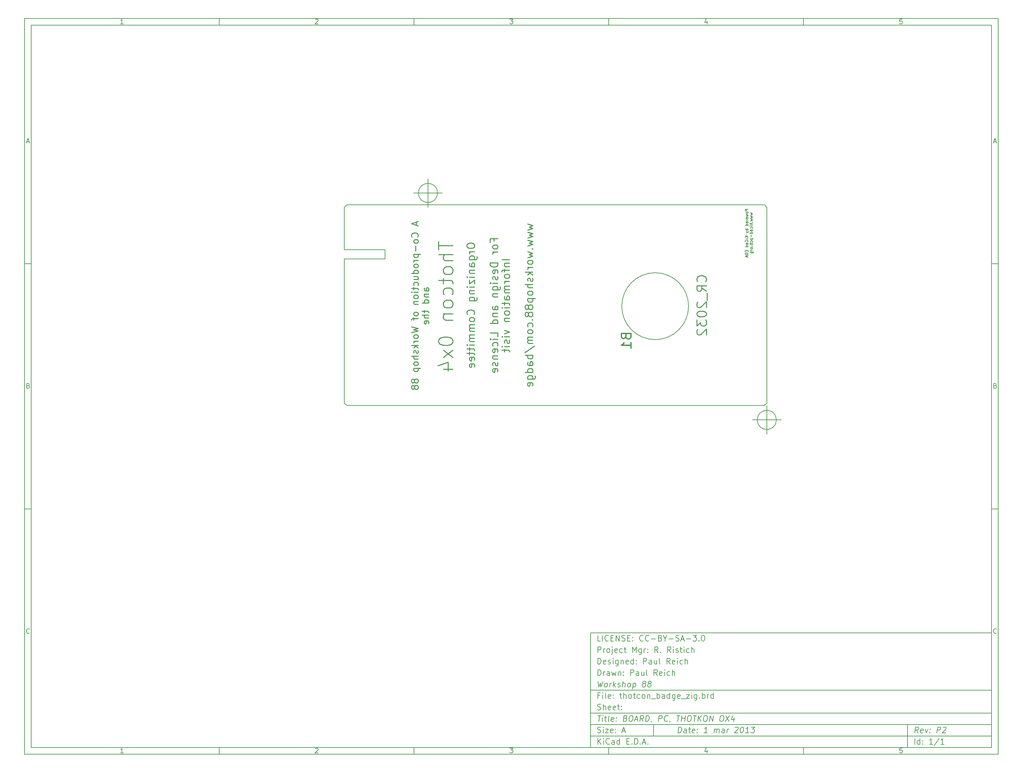
<source format=gbo>
G04 (created by PCBNEW (2012-11-15 BZR 3804)-stable) date Fri 01 Mar 2013 04:47:19 CST*
%MOIN*%
G04 Gerber Fmt 3.4, Leading zero omitted, Abs format*
%FSLAX34Y34*%
G01*
G70*
G90*
G04 APERTURE LIST*
%ADD10C,0.006*%
%ADD11C,0.005*%
%ADD12C,0.01*%
%ADD13C,0.00590551*%
%ADD14C,0.012*%
G04 APERTURE END LIST*
G54D10*
X-38750Y36250D02*
X63250Y36250D01*
X63250Y-40750D01*
X-38750Y-40750D01*
X-38750Y36250D01*
X-38050Y35550D02*
X62550Y35550D01*
X62550Y-40050D01*
X-38050Y-40050D01*
X-38050Y35550D01*
X-18350Y36250D02*
X-18350Y35550D01*
X-28407Y35697D02*
X-28692Y35697D01*
X-28550Y35697D02*
X-28550Y36197D01*
X-28597Y36126D01*
X-28645Y36078D01*
X-28692Y36054D01*
X-18350Y-40750D02*
X-18350Y-40050D01*
X-28407Y-40602D02*
X-28692Y-40602D01*
X-28550Y-40602D02*
X-28550Y-40102D01*
X-28597Y-40173D01*
X-28645Y-40221D01*
X-28692Y-40245D01*
X2050Y36250D02*
X2050Y35550D01*
X-8292Y36150D02*
X-8269Y36173D01*
X-8221Y36197D01*
X-8102Y36197D01*
X-8054Y36173D01*
X-8030Y36150D01*
X-8007Y36102D01*
X-8007Y36054D01*
X-8030Y35983D01*
X-8316Y35697D01*
X-8007Y35697D01*
X2050Y-40750D02*
X2050Y-40050D01*
X-8292Y-40150D02*
X-8269Y-40126D01*
X-8221Y-40102D01*
X-8102Y-40102D01*
X-8054Y-40126D01*
X-8030Y-40150D01*
X-8007Y-40197D01*
X-8007Y-40245D01*
X-8030Y-40316D01*
X-8316Y-40602D01*
X-8007Y-40602D01*
X22450Y36250D02*
X22450Y35550D01*
X12083Y36197D02*
X12392Y36197D01*
X12226Y36007D01*
X12297Y36007D01*
X12345Y35983D01*
X12369Y35959D01*
X12392Y35911D01*
X12392Y35792D01*
X12369Y35745D01*
X12345Y35721D01*
X12297Y35697D01*
X12154Y35697D01*
X12107Y35721D01*
X12083Y35745D01*
X22450Y-40750D02*
X22450Y-40050D01*
X12083Y-40102D02*
X12392Y-40102D01*
X12226Y-40292D01*
X12297Y-40292D01*
X12345Y-40316D01*
X12369Y-40340D01*
X12392Y-40388D01*
X12392Y-40507D01*
X12369Y-40554D01*
X12345Y-40578D01*
X12297Y-40602D01*
X12154Y-40602D01*
X12107Y-40578D01*
X12083Y-40554D01*
X42850Y36250D02*
X42850Y35550D01*
X32745Y36030D02*
X32745Y35697D01*
X32626Y36221D02*
X32507Y35864D01*
X32816Y35864D01*
X42850Y-40750D02*
X42850Y-40050D01*
X32745Y-40269D02*
X32745Y-40602D01*
X32626Y-40078D02*
X32507Y-40435D01*
X32816Y-40435D01*
X53169Y36197D02*
X52930Y36197D01*
X52907Y35959D01*
X52930Y35983D01*
X52978Y36007D01*
X53097Y36007D01*
X53145Y35983D01*
X53169Y35959D01*
X53192Y35911D01*
X53192Y35792D01*
X53169Y35745D01*
X53145Y35721D01*
X53097Y35697D01*
X52978Y35697D01*
X52930Y35721D01*
X52907Y35745D01*
X53169Y-40102D02*
X52930Y-40102D01*
X52907Y-40340D01*
X52930Y-40316D01*
X52978Y-40292D01*
X53097Y-40292D01*
X53145Y-40316D01*
X53169Y-40340D01*
X53192Y-40388D01*
X53192Y-40507D01*
X53169Y-40554D01*
X53145Y-40578D01*
X53097Y-40602D01*
X52978Y-40602D01*
X52930Y-40578D01*
X52907Y-40554D01*
X-38750Y10590D02*
X-38050Y10590D01*
X-38519Y23360D02*
X-38280Y23360D01*
X-38566Y23217D02*
X-38399Y23717D01*
X-38233Y23217D01*
X63250Y10590D02*
X62550Y10590D01*
X62780Y23360D02*
X63019Y23360D01*
X62733Y23217D02*
X62900Y23717D01*
X63066Y23217D01*
X-38750Y-15070D02*
X-38050Y-15070D01*
X-38364Y-2180D02*
X-38292Y-2204D01*
X-38269Y-2228D01*
X-38245Y-2275D01*
X-38245Y-2347D01*
X-38269Y-2394D01*
X-38292Y-2418D01*
X-38340Y-2442D01*
X-38530Y-2442D01*
X-38530Y-1942D01*
X-38364Y-1942D01*
X-38316Y-1966D01*
X-38292Y-1990D01*
X-38269Y-2037D01*
X-38269Y-2085D01*
X-38292Y-2132D01*
X-38316Y-2156D01*
X-38364Y-2180D01*
X-38530Y-2180D01*
X63250Y-15070D02*
X62550Y-15070D01*
X62935Y-2180D02*
X63007Y-2204D01*
X63030Y-2228D01*
X63054Y-2275D01*
X63054Y-2347D01*
X63030Y-2394D01*
X63007Y-2418D01*
X62959Y-2442D01*
X62769Y-2442D01*
X62769Y-1942D01*
X62935Y-1942D01*
X62983Y-1966D01*
X63007Y-1990D01*
X63030Y-2037D01*
X63030Y-2085D01*
X63007Y-2132D01*
X62983Y-2156D01*
X62935Y-2180D01*
X62769Y-2180D01*
X-38245Y-28054D02*
X-38269Y-28078D01*
X-38340Y-28102D01*
X-38388Y-28102D01*
X-38459Y-28078D01*
X-38507Y-28030D01*
X-38530Y-27983D01*
X-38554Y-27888D01*
X-38554Y-27816D01*
X-38530Y-27721D01*
X-38507Y-27673D01*
X-38459Y-27626D01*
X-38388Y-27602D01*
X-38340Y-27602D01*
X-38269Y-27626D01*
X-38245Y-27650D01*
X63054Y-28054D02*
X63030Y-28078D01*
X62959Y-28102D01*
X62911Y-28102D01*
X62840Y-28078D01*
X62792Y-28030D01*
X62769Y-27983D01*
X62745Y-27888D01*
X62745Y-27816D01*
X62769Y-27721D01*
X62792Y-27673D01*
X62840Y-27626D01*
X62911Y-27602D01*
X62959Y-27602D01*
X63030Y-27626D01*
X63054Y-27650D01*
X29700Y-38492D02*
X29775Y-37892D01*
X29917Y-37892D01*
X30000Y-37921D01*
X30050Y-37978D01*
X30071Y-38035D01*
X30085Y-38150D01*
X30075Y-38235D01*
X30032Y-38350D01*
X29996Y-38407D01*
X29932Y-38464D01*
X29842Y-38492D01*
X29700Y-38492D01*
X30557Y-38492D02*
X30596Y-38178D01*
X30575Y-38121D01*
X30521Y-38092D01*
X30407Y-38092D01*
X30346Y-38121D01*
X30560Y-38464D02*
X30500Y-38492D01*
X30357Y-38492D01*
X30303Y-38464D01*
X30282Y-38407D01*
X30289Y-38350D01*
X30325Y-38292D01*
X30385Y-38264D01*
X30528Y-38264D01*
X30589Y-38235D01*
X30807Y-38092D02*
X31035Y-38092D01*
X30917Y-37892D02*
X30853Y-38407D01*
X30875Y-38464D01*
X30928Y-38492D01*
X30985Y-38492D01*
X31417Y-38464D02*
X31357Y-38492D01*
X31242Y-38492D01*
X31189Y-38464D01*
X31167Y-38407D01*
X31196Y-38178D01*
X31232Y-38121D01*
X31292Y-38092D01*
X31407Y-38092D01*
X31460Y-38121D01*
X31482Y-38178D01*
X31475Y-38235D01*
X31182Y-38292D01*
X31707Y-38435D02*
X31732Y-38464D01*
X31700Y-38492D01*
X31675Y-38464D01*
X31707Y-38435D01*
X31700Y-38492D01*
X31746Y-38121D02*
X31771Y-38150D01*
X31739Y-38178D01*
X31714Y-38150D01*
X31746Y-38121D01*
X31739Y-38178D01*
X32757Y-38492D02*
X32414Y-38492D01*
X32585Y-38492D02*
X32660Y-37892D01*
X32592Y-37978D01*
X32528Y-38035D01*
X32467Y-38064D01*
X33471Y-38492D02*
X33521Y-38092D01*
X33514Y-38150D02*
X33546Y-38121D01*
X33607Y-38092D01*
X33692Y-38092D01*
X33746Y-38121D01*
X33767Y-38178D01*
X33728Y-38492D01*
X33767Y-38178D02*
X33803Y-38121D01*
X33864Y-38092D01*
X33950Y-38092D01*
X34003Y-38121D01*
X34025Y-38178D01*
X33985Y-38492D01*
X34528Y-38492D02*
X34567Y-38178D01*
X34546Y-38121D01*
X34492Y-38092D01*
X34378Y-38092D01*
X34317Y-38121D01*
X34532Y-38464D02*
X34471Y-38492D01*
X34328Y-38492D01*
X34275Y-38464D01*
X34253Y-38407D01*
X34260Y-38350D01*
X34296Y-38292D01*
X34357Y-38264D01*
X34500Y-38264D01*
X34560Y-38235D01*
X34814Y-38492D02*
X34864Y-38092D01*
X34850Y-38207D02*
X34885Y-38150D01*
X34917Y-38121D01*
X34978Y-38092D01*
X35035Y-38092D01*
X35682Y-37950D02*
X35714Y-37921D01*
X35775Y-37892D01*
X35917Y-37892D01*
X35971Y-37921D01*
X35996Y-37950D01*
X36017Y-38007D01*
X36010Y-38064D01*
X35971Y-38150D01*
X35585Y-38492D01*
X35957Y-38492D01*
X36403Y-37892D02*
X36460Y-37892D01*
X36514Y-37921D01*
X36539Y-37950D01*
X36560Y-38007D01*
X36575Y-38121D01*
X36557Y-38264D01*
X36514Y-38378D01*
X36478Y-38435D01*
X36446Y-38464D01*
X36385Y-38492D01*
X36328Y-38492D01*
X36275Y-38464D01*
X36250Y-38435D01*
X36228Y-38378D01*
X36214Y-38264D01*
X36232Y-38121D01*
X36275Y-38007D01*
X36310Y-37950D01*
X36342Y-37921D01*
X36403Y-37892D01*
X37100Y-38492D02*
X36757Y-38492D01*
X36928Y-38492D02*
X37003Y-37892D01*
X36935Y-37978D01*
X36871Y-38035D01*
X36810Y-38064D01*
X37375Y-37892D02*
X37746Y-37892D01*
X37517Y-38121D01*
X37603Y-38121D01*
X37657Y-38150D01*
X37682Y-38178D01*
X37703Y-38235D01*
X37685Y-38378D01*
X37650Y-38435D01*
X37617Y-38464D01*
X37557Y-38492D01*
X37385Y-38492D01*
X37332Y-38464D01*
X37307Y-38435D01*
X21292Y-39692D02*
X21292Y-39092D01*
X21635Y-39692D02*
X21378Y-39350D01*
X21635Y-39092D02*
X21292Y-39435D01*
X21892Y-39692D02*
X21892Y-39292D01*
X21892Y-39092D02*
X21864Y-39121D01*
X21892Y-39150D01*
X21921Y-39121D01*
X21892Y-39092D01*
X21892Y-39150D01*
X22521Y-39635D02*
X22492Y-39664D01*
X22407Y-39692D01*
X22350Y-39692D01*
X22264Y-39664D01*
X22207Y-39607D01*
X22178Y-39550D01*
X22150Y-39435D01*
X22150Y-39350D01*
X22178Y-39235D01*
X22207Y-39178D01*
X22264Y-39121D01*
X22350Y-39092D01*
X22407Y-39092D01*
X22492Y-39121D01*
X22521Y-39150D01*
X23035Y-39692D02*
X23035Y-39378D01*
X23007Y-39321D01*
X22950Y-39292D01*
X22835Y-39292D01*
X22778Y-39321D01*
X23035Y-39664D02*
X22978Y-39692D01*
X22835Y-39692D01*
X22778Y-39664D01*
X22750Y-39607D01*
X22750Y-39550D01*
X22778Y-39492D01*
X22835Y-39464D01*
X22978Y-39464D01*
X23035Y-39435D01*
X23578Y-39692D02*
X23578Y-39092D01*
X23578Y-39664D02*
X23521Y-39692D01*
X23407Y-39692D01*
X23350Y-39664D01*
X23321Y-39635D01*
X23292Y-39578D01*
X23292Y-39407D01*
X23321Y-39350D01*
X23350Y-39321D01*
X23407Y-39292D01*
X23521Y-39292D01*
X23578Y-39321D01*
X24321Y-39378D02*
X24521Y-39378D01*
X24607Y-39692D02*
X24321Y-39692D01*
X24321Y-39092D01*
X24607Y-39092D01*
X24864Y-39635D02*
X24892Y-39664D01*
X24864Y-39692D01*
X24835Y-39664D01*
X24864Y-39635D01*
X24864Y-39692D01*
X25149Y-39692D02*
X25149Y-39092D01*
X25292Y-39092D01*
X25378Y-39121D01*
X25435Y-39178D01*
X25464Y-39235D01*
X25492Y-39350D01*
X25492Y-39435D01*
X25464Y-39550D01*
X25435Y-39607D01*
X25378Y-39664D01*
X25292Y-39692D01*
X25149Y-39692D01*
X25749Y-39635D02*
X25778Y-39664D01*
X25749Y-39692D01*
X25721Y-39664D01*
X25749Y-39635D01*
X25749Y-39692D01*
X26007Y-39521D02*
X26292Y-39521D01*
X25949Y-39692D02*
X26149Y-39092D01*
X26349Y-39692D01*
X26549Y-39635D02*
X26578Y-39664D01*
X26549Y-39692D01*
X26521Y-39664D01*
X26549Y-39635D01*
X26549Y-39692D01*
X54842Y-38492D02*
X54678Y-38207D01*
X54500Y-38492D02*
X54575Y-37892D01*
X54803Y-37892D01*
X54857Y-37921D01*
X54882Y-37950D01*
X54903Y-38007D01*
X54892Y-38092D01*
X54857Y-38150D01*
X54825Y-38178D01*
X54764Y-38207D01*
X54535Y-38207D01*
X55332Y-38464D02*
X55271Y-38492D01*
X55157Y-38492D01*
X55103Y-38464D01*
X55082Y-38407D01*
X55110Y-38178D01*
X55146Y-38121D01*
X55207Y-38092D01*
X55321Y-38092D01*
X55375Y-38121D01*
X55396Y-38178D01*
X55389Y-38235D01*
X55096Y-38292D01*
X55607Y-38092D02*
X55700Y-38492D01*
X55892Y-38092D01*
X56078Y-38435D02*
X56103Y-38464D01*
X56071Y-38492D01*
X56046Y-38464D01*
X56078Y-38435D01*
X56071Y-38492D01*
X56117Y-38121D02*
X56142Y-38150D01*
X56110Y-38178D01*
X56085Y-38150D01*
X56117Y-38121D01*
X56110Y-38178D01*
X56814Y-38492D02*
X56889Y-37892D01*
X57117Y-37892D01*
X57171Y-37921D01*
X57196Y-37950D01*
X57217Y-38007D01*
X57207Y-38092D01*
X57171Y-38150D01*
X57139Y-38178D01*
X57078Y-38207D01*
X56850Y-38207D01*
X57453Y-37950D02*
X57485Y-37921D01*
X57546Y-37892D01*
X57689Y-37892D01*
X57742Y-37921D01*
X57767Y-37950D01*
X57789Y-38007D01*
X57782Y-38064D01*
X57742Y-38150D01*
X57357Y-38492D01*
X57728Y-38492D01*
X21264Y-38464D02*
X21350Y-38492D01*
X21492Y-38492D01*
X21550Y-38464D01*
X21578Y-38435D01*
X21607Y-38378D01*
X21607Y-38321D01*
X21578Y-38264D01*
X21550Y-38235D01*
X21492Y-38207D01*
X21378Y-38178D01*
X21321Y-38150D01*
X21292Y-38121D01*
X21264Y-38064D01*
X21264Y-38007D01*
X21292Y-37950D01*
X21321Y-37921D01*
X21378Y-37892D01*
X21521Y-37892D01*
X21607Y-37921D01*
X21864Y-38492D02*
X21864Y-38092D01*
X21864Y-37892D02*
X21835Y-37921D01*
X21864Y-37950D01*
X21892Y-37921D01*
X21864Y-37892D01*
X21864Y-37950D01*
X22092Y-38092D02*
X22407Y-38092D01*
X22092Y-38492D01*
X22407Y-38492D01*
X22864Y-38464D02*
X22807Y-38492D01*
X22692Y-38492D01*
X22635Y-38464D01*
X22607Y-38407D01*
X22607Y-38178D01*
X22635Y-38121D01*
X22692Y-38092D01*
X22807Y-38092D01*
X22864Y-38121D01*
X22892Y-38178D01*
X22892Y-38235D01*
X22607Y-38292D01*
X23150Y-38435D02*
X23178Y-38464D01*
X23150Y-38492D01*
X23121Y-38464D01*
X23150Y-38435D01*
X23150Y-38492D01*
X23150Y-38121D02*
X23178Y-38150D01*
X23150Y-38178D01*
X23121Y-38150D01*
X23150Y-38121D01*
X23150Y-38178D01*
X23864Y-38321D02*
X24150Y-38321D01*
X23807Y-38492D02*
X24007Y-37892D01*
X24207Y-38492D01*
X54492Y-39692D02*
X54492Y-39092D01*
X55035Y-39692D02*
X55035Y-39092D01*
X55035Y-39664D02*
X54978Y-39692D01*
X54864Y-39692D01*
X54807Y-39664D01*
X54778Y-39635D01*
X54750Y-39578D01*
X54750Y-39407D01*
X54778Y-39350D01*
X54807Y-39321D01*
X54864Y-39292D01*
X54978Y-39292D01*
X55035Y-39321D01*
X55321Y-39635D02*
X55350Y-39664D01*
X55321Y-39692D01*
X55292Y-39664D01*
X55321Y-39635D01*
X55321Y-39692D01*
X55321Y-39321D02*
X55350Y-39350D01*
X55321Y-39378D01*
X55292Y-39350D01*
X55321Y-39321D01*
X55321Y-39378D01*
X56378Y-39692D02*
X56035Y-39692D01*
X56207Y-39692D02*
X56207Y-39092D01*
X56149Y-39178D01*
X56092Y-39235D01*
X56035Y-39264D01*
X57064Y-39064D02*
X56550Y-39835D01*
X57578Y-39692D02*
X57235Y-39692D01*
X57407Y-39692D02*
X57407Y-39092D01*
X57349Y-39178D01*
X57292Y-39235D01*
X57235Y-39264D01*
X21289Y-36692D02*
X21632Y-36692D01*
X21385Y-37292D02*
X21460Y-36692D01*
X21757Y-37292D02*
X21807Y-36892D01*
X21832Y-36692D02*
X21800Y-36721D01*
X21825Y-36750D01*
X21857Y-36721D01*
X21832Y-36692D01*
X21825Y-36750D01*
X22007Y-36892D02*
X22235Y-36892D01*
X22117Y-36692D02*
X22053Y-37207D01*
X22075Y-37264D01*
X22128Y-37292D01*
X22185Y-37292D01*
X22471Y-37292D02*
X22417Y-37264D01*
X22396Y-37207D01*
X22460Y-36692D01*
X22932Y-37264D02*
X22871Y-37292D01*
X22757Y-37292D01*
X22703Y-37264D01*
X22682Y-37207D01*
X22710Y-36978D01*
X22746Y-36921D01*
X22807Y-36892D01*
X22921Y-36892D01*
X22975Y-36921D01*
X22996Y-36978D01*
X22989Y-37035D01*
X22696Y-37092D01*
X23221Y-37235D02*
X23246Y-37264D01*
X23214Y-37292D01*
X23189Y-37264D01*
X23221Y-37235D01*
X23214Y-37292D01*
X23260Y-36921D02*
X23285Y-36950D01*
X23253Y-36978D01*
X23228Y-36950D01*
X23260Y-36921D01*
X23253Y-36978D01*
X24196Y-36978D02*
X24278Y-37007D01*
X24303Y-37035D01*
X24325Y-37092D01*
X24314Y-37178D01*
X24278Y-37235D01*
X24246Y-37264D01*
X24185Y-37292D01*
X23957Y-37292D01*
X24032Y-36692D01*
X24232Y-36692D01*
X24285Y-36721D01*
X24310Y-36750D01*
X24332Y-36807D01*
X24325Y-36864D01*
X24289Y-36921D01*
X24257Y-36950D01*
X24196Y-36978D01*
X23996Y-36978D01*
X24746Y-36692D02*
X24860Y-36692D01*
X24914Y-36721D01*
X24964Y-36778D01*
X24978Y-36892D01*
X24953Y-37092D01*
X24910Y-37207D01*
X24846Y-37264D01*
X24785Y-37292D01*
X24671Y-37292D01*
X24617Y-37264D01*
X24567Y-37207D01*
X24553Y-37092D01*
X24578Y-36892D01*
X24621Y-36778D01*
X24685Y-36721D01*
X24746Y-36692D01*
X25178Y-37121D02*
X25464Y-37121D01*
X25100Y-37292D02*
X25375Y-36692D01*
X25500Y-37292D01*
X26042Y-37292D02*
X25878Y-37007D01*
X25700Y-37292D02*
X25775Y-36692D01*
X26003Y-36692D01*
X26057Y-36721D01*
X26082Y-36750D01*
X26103Y-36807D01*
X26092Y-36892D01*
X26057Y-36950D01*
X26025Y-36978D01*
X25964Y-37007D01*
X25735Y-37007D01*
X26300Y-37292D02*
X26375Y-36692D01*
X26517Y-36692D01*
X26600Y-36721D01*
X26650Y-36778D01*
X26671Y-36835D01*
X26685Y-36950D01*
X26675Y-37035D01*
X26632Y-37150D01*
X26596Y-37207D01*
X26532Y-37264D01*
X26442Y-37292D01*
X26300Y-37292D01*
X26932Y-37264D02*
X26928Y-37292D01*
X26892Y-37350D01*
X26860Y-37378D01*
X27642Y-37292D02*
X27717Y-36692D01*
X27946Y-36692D01*
X27999Y-36721D01*
X28025Y-36750D01*
X28046Y-36807D01*
X28035Y-36892D01*
X28000Y-36950D01*
X27967Y-36978D01*
X27907Y-37007D01*
X27678Y-37007D01*
X28592Y-37235D02*
X28560Y-37264D01*
X28471Y-37292D01*
X28414Y-37292D01*
X28332Y-37264D01*
X28282Y-37207D01*
X28260Y-37150D01*
X28246Y-37035D01*
X28257Y-36950D01*
X28300Y-36835D01*
X28335Y-36778D01*
X28399Y-36721D01*
X28489Y-36692D01*
X28546Y-36692D01*
X28628Y-36721D01*
X28653Y-36750D01*
X28875Y-37264D02*
X28871Y-37292D01*
X28835Y-37350D01*
X28803Y-37378D01*
X29575Y-36692D02*
X29917Y-36692D01*
X29671Y-37292D02*
X29746Y-36692D01*
X30042Y-37292D02*
X30117Y-36692D01*
X30082Y-36978D02*
X30425Y-36978D01*
X30385Y-37292D02*
X30460Y-36692D01*
X30860Y-36692D02*
X30975Y-36692D01*
X31028Y-36721D01*
X31078Y-36778D01*
X31092Y-36892D01*
X31067Y-37092D01*
X31024Y-37207D01*
X30960Y-37264D01*
X30900Y-37292D01*
X30785Y-37292D01*
X30732Y-37264D01*
X30682Y-37207D01*
X30667Y-37092D01*
X30692Y-36892D01*
X30735Y-36778D01*
X30799Y-36721D01*
X30860Y-36692D01*
X31289Y-36692D02*
X31632Y-36692D01*
X31385Y-37292D02*
X31460Y-36692D01*
X31757Y-37292D02*
X31832Y-36692D01*
X32099Y-37292D02*
X31885Y-36950D01*
X32174Y-36692D02*
X31789Y-37035D01*
X32546Y-36692D02*
X32660Y-36692D01*
X32714Y-36721D01*
X32764Y-36778D01*
X32778Y-36892D01*
X32753Y-37092D01*
X32710Y-37207D01*
X32646Y-37264D01*
X32585Y-37292D01*
X32471Y-37292D01*
X32417Y-37264D01*
X32367Y-37207D01*
X32353Y-37092D01*
X32378Y-36892D01*
X32421Y-36778D01*
X32485Y-36721D01*
X32546Y-36692D01*
X32985Y-37292D02*
X33060Y-36692D01*
X33328Y-37292D01*
X33403Y-36692D01*
X34260Y-36692D02*
X34374Y-36692D01*
X34428Y-36721D01*
X34478Y-36778D01*
X34492Y-36892D01*
X34467Y-37092D01*
X34424Y-37207D01*
X34360Y-37264D01*
X34299Y-37292D01*
X34185Y-37292D01*
X34132Y-37264D01*
X34082Y-37207D01*
X34067Y-37092D01*
X34092Y-36892D01*
X34135Y-36778D01*
X34199Y-36721D01*
X34260Y-36692D01*
X34717Y-36692D02*
X35042Y-37292D01*
X35117Y-36692D02*
X34642Y-37292D01*
X35578Y-36892D02*
X35528Y-37292D01*
X35464Y-36664D02*
X35267Y-37092D01*
X35639Y-37092D01*
X21492Y-34578D02*
X21292Y-34578D01*
X21292Y-34892D02*
X21292Y-34292D01*
X21578Y-34292D01*
X21807Y-34892D02*
X21807Y-34492D01*
X21807Y-34292D02*
X21778Y-34321D01*
X21807Y-34350D01*
X21835Y-34321D01*
X21807Y-34292D01*
X21807Y-34350D01*
X22178Y-34892D02*
X22121Y-34864D01*
X22092Y-34807D01*
X22092Y-34292D01*
X22635Y-34864D02*
X22578Y-34892D01*
X22464Y-34892D01*
X22407Y-34864D01*
X22378Y-34807D01*
X22378Y-34578D01*
X22407Y-34521D01*
X22464Y-34492D01*
X22578Y-34492D01*
X22635Y-34521D01*
X22664Y-34578D01*
X22664Y-34635D01*
X22378Y-34692D01*
X22921Y-34835D02*
X22950Y-34864D01*
X22921Y-34892D01*
X22892Y-34864D01*
X22921Y-34835D01*
X22921Y-34892D01*
X22921Y-34521D02*
X22950Y-34550D01*
X22921Y-34578D01*
X22892Y-34550D01*
X22921Y-34521D01*
X22921Y-34578D01*
X23578Y-34492D02*
X23807Y-34492D01*
X23664Y-34292D02*
X23664Y-34807D01*
X23692Y-34864D01*
X23750Y-34892D01*
X23807Y-34892D01*
X24007Y-34892D02*
X24007Y-34292D01*
X24264Y-34892D02*
X24264Y-34578D01*
X24235Y-34521D01*
X24178Y-34492D01*
X24092Y-34492D01*
X24035Y-34521D01*
X24007Y-34550D01*
X24635Y-34892D02*
X24578Y-34864D01*
X24550Y-34835D01*
X24521Y-34778D01*
X24521Y-34607D01*
X24550Y-34550D01*
X24578Y-34521D01*
X24635Y-34492D01*
X24721Y-34492D01*
X24778Y-34521D01*
X24807Y-34550D01*
X24835Y-34607D01*
X24835Y-34778D01*
X24807Y-34835D01*
X24778Y-34864D01*
X24721Y-34892D01*
X24635Y-34892D01*
X25007Y-34492D02*
X25235Y-34492D01*
X25092Y-34292D02*
X25092Y-34807D01*
X25121Y-34864D01*
X25178Y-34892D01*
X25235Y-34892D01*
X25692Y-34864D02*
X25635Y-34892D01*
X25521Y-34892D01*
X25464Y-34864D01*
X25435Y-34835D01*
X25407Y-34778D01*
X25407Y-34607D01*
X25435Y-34550D01*
X25464Y-34521D01*
X25521Y-34492D01*
X25635Y-34492D01*
X25692Y-34521D01*
X26035Y-34892D02*
X25978Y-34864D01*
X25950Y-34835D01*
X25921Y-34778D01*
X25921Y-34607D01*
X25950Y-34550D01*
X25978Y-34521D01*
X26035Y-34492D01*
X26121Y-34492D01*
X26178Y-34521D01*
X26207Y-34550D01*
X26235Y-34607D01*
X26235Y-34778D01*
X26207Y-34835D01*
X26178Y-34864D01*
X26121Y-34892D01*
X26035Y-34892D01*
X26492Y-34492D02*
X26492Y-34892D01*
X26492Y-34550D02*
X26521Y-34521D01*
X26578Y-34492D01*
X26664Y-34492D01*
X26721Y-34521D01*
X26750Y-34578D01*
X26750Y-34892D01*
X26892Y-34950D02*
X27350Y-34950D01*
X27492Y-34892D02*
X27492Y-34292D01*
X27492Y-34521D02*
X27550Y-34492D01*
X27664Y-34492D01*
X27721Y-34521D01*
X27750Y-34550D01*
X27778Y-34607D01*
X27778Y-34778D01*
X27750Y-34835D01*
X27721Y-34864D01*
X27664Y-34892D01*
X27550Y-34892D01*
X27492Y-34864D01*
X28292Y-34892D02*
X28292Y-34578D01*
X28264Y-34521D01*
X28207Y-34492D01*
X28092Y-34492D01*
X28035Y-34521D01*
X28292Y-34864D02*
X28235Y-34892D01*
X28092Y-34892D01*
X28035Y-34864D01*
X28007Y-34807D01*
X28007Y-34750D01*
X28035Y-34692D01*
X28092Y-34664D01*
X28235Y-34664D01*
X28292Y-34635D01*
X28835Y-34892D02*
X28835Y-34292D01*
X28835Y-34864D02*
X28778Y-34892D01*
X28664Y-34892D01*
X28607Y-34864D01*
X28578Y-34835D01*
X28550Y-34778D01*
X28550Y-34607D01*
X28578Y-34550D01*
X28607Y-34521D01*
X28664Y-34492D01*
X28778Y-34492D01*
X28835Y-34521D01*
X29378Y-34492D02*
X29378Y-34978D01*
X29350Y-35035D01*
X29321Y-35064D01*
X29264Y-35092D01*
X29178Y-35092D01*
X29121Y-35064D01*
X29378Y-34864D02*
X29321Y-34892D01*
X29207Y-34892D01*
X29150Y-34864D01*
X29121Y-34835D01*
X29092Y-34778D01*
X29092Y-34607D01*
X29121Y-34550D01*
X29150Y-34521D01*
X29207Y-34492D01*
X29321Y-34492D01*
X29378Y-34521D01*
X29892Y-34864D02*
X29835Y-34892D01*
X29721Y-34892D01*
X29664Y-34864D01*
X29635Y-34807D01*
X29635Y-34578D01*
X29664Y-34521D01*
X29721Y-34492D01*
X29835Y-34492D01*
X29892Y-34521D01*
X29921Y-34578D01*
X29921Y-34635D01*
X29635Y-34692D01*
X30035Y-34950D02*
X30492Y-34950D01*
X30578Y-34492D02*
X30892Y-34492D01*
X30578Y-34892D01*
X30892Y-34892D01*
X31121Y-34892D02*
X31121Y-34492D01*
X31121Y-34292D02*
X31092Y-34321D01*
X31121Y-34350D01*
X31150Y-34321D01*
X31121Y-34292D01*
X31121Y-34350D01*
X31664Y-34492D02*
X31664Y-34978D01*
X31635Y-35035D01*
X31607Y-35064D01*
X31549Y-35092D01*
X31464Y-35092D01*
X31407Y-35064D01*
X31664Y-34864D02*
X31607Y-34892D01*
X31492Y-34892D01*
X31435Y-34864D01*
X31407Y-34835D01*
X31378Y-34778D01*
X31378Y-34607D01*
X31407Y-34550D01*
X31435Y-34521D01*
X31492Y-34492D01*
X31607Y-34492D01*
X31664Y-34521D01*
X31949Y-34835D02*
X31978Y-34864D01*
X31949Y-34892D01*
X31921Y-34864D01*
X31949Y-34835D01*
X31949Y-34892D01*
X32235Y-34892D02*
X32235Y-34292D01*
X32235Y-34521D02*
X32292Y-34492D01*
X32407Y-34492D01*
X32464Y-34521D01*
X32492Y-34550D01*
X32521Y-34607D01*
X32521Y-34778D01*
X32492Y-34835D01*
X32464Y-34864D01*
X32407Y-34892D01*
X32292Y-34892D01*
X32235Y-34864D01*
X32778Y-34892D02*
X32778Y-34492D01*
X32778Y-34607D02*
X32807Y-34550D01*
X32835Y-34521D01*
X32892Y-34492D01*
X32949Y-34492D01*
X33407Y-34892D02*
X33407Y-34292D01*
X33407Y-34864D02*
X33349Y-34892D01*
X33235Y-34892D01*
X33178Y-34864D01*
X33149Y-34835D01*
X33121Y-34778D01*
X33121Y-34607D01*
X33149Y-34550D01*
X33178Y-34521D01*
X33235Y-34492D01*
X33349Y-34492D01*
X33407Y-34521D01*
X21264Y-36064D02*
X21350Y-36092D01*
X21492Y-36092D01*
X21550Y-36064D01*
X21578Y-36035D01*
X21607Y-35978D01*
X21607Y-35921D01*
X21578Y-35864D01*
X21550Y-35835D01*
X21492Y-35807D01*
X21378Y-35778D01*
X21321Y-35750D01*
X21292Y-35721D01*
X21264Y-35664D01*
X21264Y-35607D01*
X21292Y-35550D01*
X21321Y-35521D01*
X21378Y-35492D01*
X21521Y-35492D01*
X21607Y-35521D01*
X21864Y-36092D02*
X21864Y-35492D01*
X22121Y-36092D02*
X22121Y-35778D01*
X22092Y-35721D01*
X22035Y-35692D01*
X21950Y-35692D01*
X21892Y-35721D01*
X21864Y-35750D01*
X22635Y-36064D02*
X22578Y-36092D01*
X22464Y-36092D01*
X22407Y-36064D01*
X22378Y-36007D01*
X22378Y-35778D01*
X22407Y-35721D01*
X22464Y-35692D01*
X22578Y-35692D01*
X22635Y-35721D01*
X22664Y-35778D01*
X22664Y-35835D01*
X22378Y-35892D01*
X23150Y-36064D02*
X23092Y-36092D01*
X22978Y-36092D01*
X22921Y-36064D01*
X22892Y-36007D01*
X22892Y-35778D01*
X22921Y-35721D01*
X22978Y-35692D01*
X23092Y-35692D01*
X23150Y-35721D01*
X23178Y-35778D01*
X23178Y-35835D01*
X22892Y-35892D01*
X23350Y-35692D02*
X23578Y-35692D01*
X23435Y-35492D02*
X23435Y-36007D01*
X23464Y-36064D01*
X23521Y-36092D01*
X23578Y-36092D01*
X23778Y-36035D02*
X23807Y-36064D01*
X23778Y-36092D01*
X23750Y-36064D01*
X23778Y-36035D01*
X23778Y-36092D01*
X23778Y-35721D02*
X23807Y-35750D01*
X23778Y-35778D01*
X23750Y-35750D01*
X23778Y-35721D01*
X23778Y-35778D01*
X21317Y-33092D02*
X21385Y-33692D01*
X21553Y-33264D01*
X21614Y-33692D01*
X21832Y-33092D01*
X22071Y-33692D02*
X22017Y-33664D01*
X21992Y-33635D01*
X21971Y-33578D01*
X21992Y-33407D01*
X22028Y-33350D01*
X22060Y-33321D01*
X22121Y-33292D01*
X22207Y-33292D01*
X22260Y-33321D01*
X22285Y-33350D01*
X22307Y-33407D01*
X22285Y-33578D01*
X22250Y-33635D01*
X22217Y-33664D01*
X22157Y-33692D01*
X22071Y-33692D01*
X22528Y-33692D02*
X22578Y-33292D01*
X22564Y-33407D02*
X22600Y-33350D01*
X22632Y-33321D01*
X22692Y-33292D01*
X22750Y-33292D01*
X22900Y-33692D02*
X22975Y-33092D01*
X22985Y-33464D02*
X23128Y-33692D01*
X23178Y-33292D02*
X22921Y-33521D01*
X23360Y-33664D02*
X23414Y-33692D01*
X23528Y-33692D01*
X23589Y-33664D01*
X23625Y-33607D01*
X23628Y-33578D01*
X23607Y-33521D01*
X23553Y-33492D01*
X23467Y-33492D01*
X23414Y-33464D01*
X23392Y-33407D01*
X23396Y-33378D01*
X23432Y-33321D01*
X23492Y-33292D01*
X23578Y-33292D01*
X23632Y-33321D01*
X23871Y-33692D02*
X23946Y-33092D01*
X24128Y-33692D02*
X24167Y-33378D01*
X24146Y-33321D01*
X24092Y-33292D01*
X24007Y-33292D01*
X23946Y-33321D01*
X23914Y-33350D01*
X24499Y-33692D02*
X24446Y-33664D01*
X24421Y-33635D01*
X24400Y-33578D01*
X24421Y-33407D01*
X24457Y-33350D01*
X24489Y-33321D01*
X24549Y-33292D01*
X24635Y-33292D01*
X24689Y-33321D01*
X24714Y-33350D01*
X24735Y-33407D01*
X24714Y-33578D01*
X24678Y-33635D01*
X24646Y-33664D01*
X24585Y-33692D01*
X24499Y-33692D01*
X25007Y-33292D02*
X24932Y-33892D01*
X25003Y-33321D02*
X25064Y-33292D01*
X25178Y-33292D01*
X25232Y-33321D01*
X25257Y-33350D01*
X25278Y-33407D01*
X25257Y-33578D01*
X25221Y-33635D01*
X25189Y-33664D01*
X25128Y-33692D01*
X25014Y-33692D01*
X24960Y-33664D01*
X26085Y-33350D02*
X26032Y-33321D01*
X26007Y-33292D01*
X25985Y-33235D01*
X25989Y-33207D01*
X26024Y-33150D01*
X26057Y-33121D01*
X26117Y-33092D01*
X26232Y-33092D01*
X26285Y-33121D01*
X26310Y-33150D01*
X26332Y-33207D01*
X26328Y-33235D01*
X26292Y-33292D01*
X26260Y-33321D01*
X26199Y-33350D01*
X26085Y-33350D01*
X26025Y-33378D01*
X25992Y-33407D01*
X25957Y-33464D01*
X25942Y-33578D01*
X25964Y-33635D01*
X25989Y-33664D01*
X26042Y-33692D01*
X26157Y-33692D01*
X26217Y-33664D01*
X26249Y-33635D01*
X26285Y-33578D01*
X26299Y-33464D01*
X26278Y-33407D01*
X26253Y-33378D01*
X26199Y-33350D01*
X26657Y-33350D02*
X26603Y-33321D01*
X26578Y-33292D01*
X26557Y-33235D01*
X26560Y-33207D01*
X26596Y-33150D01*
X26628Y-33121D01*
X26689Y-33092D01*
X26803Y-33092D01*
X26857Y-33121D01*
X26882Y-33150D01*
X26903Y-33207D01*
X26900Y-33235D01*
X26864Y-33292D01*
X26832Y-33321D01*
X26771Y-33350D01*
X26657Y-33350D01*
X26596Y-33378D01*
X26564Y-33407D01*
X26528Y-33464D01*
X26514Y-33578D01*
X26535Y-33635D01*
X26560Y-33664D01*
X26614Y-33692D01*
X26728Y-33692D01*
X26789Y-33664D01*
X26821Y-33635D01*
X26857Y-33578D01*
X26871Y-33464D01*
X26849Y-33407D01*
X26825Y-33378D01*
X26771Y-33350D01*
X21292Y-32492D02*
X21292Y-31892D01*
X21435Y-31892D01*
X21521Y-31921D01*
X21578Y-31978D01*
X21607Y-32035D01*
X21635Y-32150D01*
X21635Y-32235D01*
X21607Y-32350D01*
X21578Y-32407D01*
X21521Y-32464D01*
X21435Y-32492D01*
X21292Y-32492D01*
X21892Y-32492D02*
X21892Y-32092D01*
X21892Y-32207D02*
X21921Y-32150D01*
X21950Y-32121D01*
X22007Y-32092D01*
X22064Y-32092D01*
X22521Y-32492D02*
X22521Y-32178D01*
X22492Y-32121D01*
X22435Y-32092D01*
X22321Y-32092D01*
X22264Y-32121D01*
X22521Y-32464D02*
X22464Y-32492D01*
X22321Y-32492D01*
X22264Y-32464D01*
X22235Y-32407D01*
X22235Y-32350D01*
X22264Y-32292D01*
X22321Y-32264D01*
X22464Y-32264D01*
X22521Y-32235D01*
X22750Y-32092D02*
X22864Y-32492D01*
X22978Y-32207D01*
X23092Y-32492D01*
X23207Y-32092D01*
X23435Y-32092D02*
X23435Y-32492D01*
X23435Y-32150D02*
X23464Y-32121D01*
X23521Y-32092D01*
X23607Y-32092D01*
X23664Y-32121D01*
X23692Y-32178D01*
X23692Y-32492D01*
X23978Y-32435D02*
X24007Y-32464D01*
X23978Y-32492D01*
X23950Y-32464D01*
X23978Y-32435D01*
X23978Y-32492D01*
X23978Y-32121D02*
X24007Y-32150D01*
X23978Y-32178D01*
X23950Y-32150D01*
X23978Y-32121D01*
X23978Y-32178D01*
X24721Y-32492D02*
X24721Y-31892D01*
X24950Y-31892D01*
X25007Y-31921D01*
X25035Y-31950D01*
X25064Y-32007D01*
X25064Y-32092D01*
X25035Y-32150D01*
X25007Y-32178D01*
X24950Y-32207D01*
X24721Y-32207D01*
X25578Y-32492D02*
X25578Y-32178D01*
X25550Y-32121D01*
X25492Y-32092D01*
X25378Y-32092D01*
X25321Y-32121D01*
X25578Y-32464D02*
X25521Y-32492D01*
X25378Y-32492D01*
X25321Y-32464D01*
X25292Y-32407D01*
X25292Y-32350D01*
X25321Y-32292D01*
X25378Y-32264D01*
X25521Y-32264D01*
X25578Y-32235D01*
X26121Y-32092D02*
X26121Y-32492D01*
X25864Y-32092D02*
X25864Y-32407D01*
X25892Y-32464D01*
X25949Y-32492D01*
X26035Y-32492D01*
X26092Y-32464D01*
X26121Y-32435D01*
X26492Y-32492D02*
X26435Y-32464D01*
X26407Y-32407D01*
X26407Y-31892D01*
X27521Y-32492D02*
X27321Y-32207D01*
X27178Y-32492D02*
X27178Y-31892D01*
X27407Y-31892D01*
X27464Y-31921D01*
X27492Y-31950D01*
X27521Y-32007D01*
X27521Y-32092D01*
X27492Y-32150D01*
X27464Y-32178D01*
X27407Y-32207D01*
X27178Y-32207D01*
X28007Y-32464D02*
X27950Y-32492D01*
X27835Y-32492D01*
X27778Y-32464D01*
X27750Y-32407D01*
X27750Y-32178D01*
X27778Y-32121D01*
X27835Y-32092D01*
X27950Y-32092D01*
X28007Y-32121D01*
X28035Y-32178D01*
X28035Y-32235D01*
X27750Y-32292D01*
X28292Y-32492D02*
X28292Y-32092D01*
X28292Y-31892D02*
X28264Y-31921D01*
X28292Y-31950D01*
X28321Y-31921D01*
X28292Y-31892D01*
X28292Y-31950D01*
X28835Y-32464D02*
X28778Y-32492D01*
X28664Y-32492D01*
X28607Y-32464D01*
X28578Y-32435D01*
X28550Y-32378D01*
X28550Y-32207D01*
X28578Y-32150D01*
X28607Y-32121D01*
X28664Y-32092D01*
X28778Y-32092D01*
X28835Y-32121D01*
X29092Y-32492D02*
X29092Y-31892D01*
X29350Y-32492D02*
X29350Y-32178D01*
X29321Y-32121D01*
X29264Y-32092D01*
X29178Y-32092D01*
X29121Y-32121D01*
X29092Y-32150D01*
X21292Y-31292D02*
X21292Y-30692D01*
X21435Y-30692D01*
X21521Y-30721D01*
X21578Y-30778D01*
X21607Y-30835D01*
X21635Y-30950D01*
X21635Y-31035D01*
X21607Y-31150D01*
X21578Y-31207D01*
X21521Y-31264D01*
X21435Y-31292D01*
X21292Y-31292D01*
X22121Y-31264D02*
X22064Y-31292D01*
X21950Y-31292D01*
X21892Y-31264D01*
X21864Y-31207D01*
X21864Y-30978D01*
X21892Y-30921D01*
X21950Y-30892D01*
X22064Y-30892D01*
X22121Y-30921D01*
X22150Y-30978D01*
X22150Y-31035D01*
X21864Y-31092D01*
X22378Y-31264D02*
X22435Y-31292D01*
X22550Y-31292D01*
X22607Y-31264D01*
X22635Y-31207D01*
X22635Y-31178D01*
X22607Y-31121D01*
X22550Y-31092D01*
X22464Y-31092D01*
X22407Y-31064D01*
X22378Y-31007D01*
X22378Y-30978D01*
X22407Y-30921D01*
X22464Y-30892D01*
X22550Y-30892D01*
X22607Y-30921D01*
X22892Y-31292D02*
X22892Y-30892D01*
X22892Y-30692D02*
X22864Y-30721D01*
X22892Y-30750D01*
X22921Y-30721D01*
X22892Y-30692D01*
X22892Y-30750D01*
X23435Y-30892D02*
X23435Y-31378D01*
X23407Y-31435D01*
X23378Y-31464D01*
X23321Y-31492D01*
X23235Y-31492D01*
X23178Y-31464D01*
X23435Y-31264D02*
X23378Y-31292D01*
X23264Y-31292D01*
X23207Y-31264D01*
X23178Y-31235D01*
X23150Y-31178D01*
X23150Y-31007D01*
X23178Y-30950D01*
X23207Y-30921D01*
X23264Y-30892D01*
X23378Y-30892D01*
X23435Y-30921D01*
X23721Y-30892D02*
X23721Y-31292D01*
X23721Y-30950D02*
X23750Y-30921D01*
X23807Y-30892D01*
X23892Y-30892D01*
X23950Y-30921D01*
X23978Y-30978D01*
X23978Y-31292D01*
X24492Y-31264D02*
X24435Y-31292D01*
X24321Y-31292D01*
X24264Y-31264D01*
X24235Y-31207D01*
X24235Y-30978D01*
X24264Y-30921D01*
X24321Y-30892D01*
X24435Y-30892D01*
X24492Y-30921D01*
X24521Y-30978D01*
X24521Y-31035D01*
X24235Y-31092D01*
X25035Y-31292D02*
X25035Y-30692D01*
X25035Y-31264D02*
X24978Y-31292D01*
X24864Y-31292D01*
X24807Y-31264D01*
X24778Y-31235D01*
X24750Y-31178D01*
X24750Y-31007D01*
X24778Y-30950D01*
X24807Y-30921D01*
X24864Y-30892D01*
X24978Y-30892D01*
X25035Y-30921D01*
X25321Y-31235D02*
X25350Y-31264D01*
X25321Y-31292D01*
X25292Y-31264D01*
X25321Y-31235D01*
X25321Y-31292D01*
X25321Y-30921D02*
X25350Y-30950D01*
X25321Y-30978D01*
X25292Y-30950D01*
X25321Y-30921D01*
X25321Y-30978D01*
X26064Y-31292D02*
X26064Y-30692D01*
X26292Y-30692D01*
X26349Y-30721D01*
X26378Y-30750D01*
X26407Y-30807D01*
X26407Y-30892D01*
X26378Y-30950D01*
X26349Y-30978D01*
X26292Y-31007D01*
X26064Y-31007D01*
X26921Y-31292D02*
X26921Y-30978D01*
X26892Y-30921D01*
X26835Y-30892D01*
X26721Y-30892D01*
X26664Y-30921D01*
X26921Y-31264D02*
X26864Y-31292D01*
X26721Y-31292D01*
X26664Y-31264D01*
X26635Y-31207D01*
X26635Y-31150D01*
X26664Y-31092D01*
X26721Y-31064D01*
X26864Y-31064D01*
X26921Y-31035D01*
X27464Y-30892D02*
X27464Y-31292D01*
X27207Y-30892D02*
X27207Y-31207D01*
X27235Y-31264D01*
X27292Y-31292D01*
X27378Y-31292D01*
X27435Y-31264D01*
X27464Y-31235D01*
X27835Y-31292D02*
X27778Y-31264D01*
X27749Y-31207D01*
X27749Y-30692D01*
X28864Y-31292D02*
X28664Y-31007D01*
X28521Y-31292D02*
X28521Y-30692D01*
X28750Y-30692D01*
X28807Y-30721D01*
X28835Y-30750D01*
X28864Y-30807D01*
X28864Y-30892D01*
X28835Y-30950D01*
X28807Y-30978D01*
X28750Y-31007D01*
X28521Y-31007D01*
X29350Y-31264D02*
X29292Y-31292D01*
X29178Y-31292D01*
X29121Y-31264D01*
X29092Y-31207D01*
X29092Y-30978D01*
X29121Y-30921D01*
X29178Y-30892D01*
X29292Y-30892D01*
X29350Y-30921D01*
X29378Y-30978D01*
X29378Y-31035D01*
X29092Y-31092D01*
X29635Y-31292D02*
X29635Y-30892D01*
X29635Y-30692D02*
X29607Y-30721D01*
X29635Y-30750D01*
X29664Y-30721D01*
X29635Y-30692D01*
X29635Y-30750D01*
X30178Y-31264D02*
X30121Y-31292D01*
X30007Y-31292D01*
X29950Y-31264D01*
X29921Y-31235D01*
X29892Y-31178D01*
X29892Y-31007D01*
X29921Y-30950D01*
X29950Y-30921D01*
X30007Y-30892D01*
X30121Y-30892D01*
X30178Y-30921D01*
X30435Y-31292D02*
X30435Y-30692D01*
X30692Y-31292D02*
X30692Y-30978D01*
X30664Y-30921D01*
X30607Y-30892D01*
X30521Y-30892D01*
X30464Y-30921D01*
X30435Y-30950D01*
X21292Y-30092D02*
X21292Y-29492D01*
X21521Y-29492D01*
X21578Y-29521D01*
X21607Y-29550D01*
X21635Y-29607D01*
X21635Y-29692D01*
X21607Y-29750D01*
X21578Y-29778D01*
X21521Y-29807D01*
X21292Y-29807D01*
X21892Y-30092D02*
X21892Y-29692D01*
X21892Y-29807D02*
X21921Y-29750D01*
X21950Y-29721D01*
X22007Y-29692D01*
X22064Y-29692D01*
X22350Y-30092D02*
X22292Y-30064D01*
X22264Y-30035D01*
X22235Y-29978D01*
X22235Y-29807D01*
X22264Y-29750D01*
X22292Y-29721D01*
X22350Y-29692D01*
X22435Y-29692D01*
X22492Y-29721D01*
X22521Y-29750D01*
X22550Y-29807D01*
X22550Y-29978D01*
X22521Y-30035D01*
X22492Y-30064D01*
X22435Y-30092D01*
X22350Y-30092D01*
X22807Y-29692D02*
X22807Y-30207D01*
X22778Y-30264D01*
X22721Y-30292D01*
X22692Y-30292D01*
X22807Y-29492D02*
X22778Y-29521D01*
X22807Y-29550D01*
X22835Y-29521D01*
X22807Y-29492D01*
X22807Y-29550D01*
X23321Y-30064D02*
X23264Y-30092D01*
X23150Y-30092D01*
X23092Y-30064D01*
X23064Y-30007D01*
X23064Y-29778D01*
X23092Y-29721D01*
X23150Y-29692D01*
X23264Y-29692D01*
X23321Y-29721D01*
X23350Y-29778D01*
X23350Y-29835D01*
X23064Y-29892D01*
X23864Y-30064D02*
X23807Y-30092D01*
X23692Y-30092D01*
X23635Y-30064D01*
X23607Y-30035D01*
X23578Y-29978D01*
X23578Y-29807D01*
X23607Y-29750D01*
X23635Y-29721D01*
X23692Y-29692D01*
X23807Y-29692D01*
X23864Y-29721D01*
X24035Y-29692D02*
X24264Y-29692D01*
X24121Y-29492D02*
X24121Y-30007D01*
X24150Y-30064D01*
X24207Y-30092D01*
X24264Y-30092D01*
X24921Y-30092D02*
X24921Y-29492D01*
X25121Y-29921D01*
X25321Y-29492D01*
X25321Y-30092D01*
X25864Y-29692D02*
X25864Y-30178D01*
X25835Y-30235D01*
X25807Y-30264D01*
X25750Y-30292D01*
X25664Y-30292D01*
X25607Y-30264D01*
X25864Y-30064D02*
X25807Y-30092D01*
X25692Y-30092D01*
X25635Y-30064D01*
X25607Y-30035D01*
X25578Y-29978D01*
X25578Y-29807D01*
X25607Y-29750D01*
X25635Y-29721D01*
X25692Y-29692D01*
X25807Y-29692D01*
X25864Y-29721D01*
X26150Y-30092D02*
X26150Y-29692D01*
X26150Y-29807D02*
X26178Y-29750D01*
X26207Y-29721D01*
X26264Y-29692D01*
X26321Y-29692D01*
X26521Y-30035D02*
X26550Y-30064D01*
X26521Y-30092D01*
X26492Y-30064D01*
X26521Y-30035D01*
X26521Y-30092D01*
X26521Y-29721D02*
X26550Y-29750D01*
X26521Y-29778D01*
X26492Y-29750D01*
X26521Y-29721D01*
X26521Y-29778D01*
X27607Y-30092D02*
X27407Y-29807D01*
X27264Y-30092D02*
X27264Y-29492D01*
X27492Y-29492D01*
X27550Y-29521D01*
X27578Y-29550D01*
X27607Y-29607D01*
X27607Y-29692D01*
X27578Y-29750D01*
X27550Y-29778D01*
X27492Y-29807D01*
X27264Y-29807D01*
X27864Y-30035D02*
X27892Y-30064D01*
X27864Y-30092D01*
X27835Y-30064D01*
X27864Y-30035D01*
X27864Y-30092D01*
X28950Y-30092D02*
X28750Y-29807D01*
X28607Y-30092D02*
X28607Y-29492D01*
X28835Y-29492D01*
X28892Y-29521D01*
X28921Y-29550D01*
X28950Y-29607D01*
X28950Y-29692D01*
X28921Y-29750D01*
X28892Y-29778D01*
X28835Y-29807D01*
X28607Y-29807D01*
X29207Y-30092D02*
X29207Y-29692D01*
X29207Y-29492D02*
X29178Y-29521D01*
X29207Y-29550D01*
X29235Y-29521D01*
X29207Y-29492D01*
X29207Y-29550D01*
X29464Y-30064D02*
X29521Y-30092D01*
X29635Y-30092D01*
X29692Y-30064D01*
X29721Y-30007D01*
X29721Y-29978D01*
X29692Y-29921D01*
X29635Y-29892D01*
X29550Y-29892D01*
X29492Y-29864D01*
X29464Y-29807D01*
X29464Y-29778D01*
X29492Y-29721D01*
X29550Y-29692D01*
X29635Y-29692D01*
X29692Y-29721D01*
X29892Y-29692D02*
X30121Y-29692D01*
X29978Y-29492D02*
X29978Y-30007D01*
X30007Y-30064D01*
X30064Y-30092D01*
X30121Y-30092D01*
X30321Y-30092D02*
X30321Y-29692D01*
X30321Y-29492D02*
X30292Y-29521D01*
X30321Y-29550D01*
X30350Y-29521D01*
X30321Y-29492D01*
X30321Y-29550D01*
X30864Y-30064D02*
X30807Y-30092D01*
X30692Y-30092D01*
X30635Y-30064D01*
X30607Y-30035D01*
X30578Y-29978D01*
X30578Y-29807D01*
X30607Y-29750D01*
X30635Y-29721D01*
X30692Y-29692D01*
X30807Y-29692D01*
X30864Y-29721D01*
X31121Y-30092D02*
X31121Y-29492D01*
X31378Y-30092D02*
X31378Y-29778D01*
X31350Y-29721D01*
X31292Y-29692D01*
X31207Y-29692D01*
X31150Y-29721D01*
X31121Y-29750D01*
X21578Y-28892D02*
X21292Y-28892D01*
X21292Y-28292D01*
X21778Y-28892D02*
X21778Y-28292D01*
X22407Y-28835D02*
X22378Y-28864D01*
X22292Y-28892D01*
X22235Y-28892D01*
X22149Y-28864D01*
X22092Y-28807D01*
X22064Y-28750D01*
X22035Y-28635D01*
X22035Y-28550D01*
X22064Y-28435D01*
X22092Y-28378D01*
X22149Y-28321D01*
X22235Y-28292D01*
X22292Y-28292D01*
X22378Y-28321D01*
X22407Y-28350D01*
X22664Y-28578D02*
X22864Y-28578D01*
X22949Y-28892D02*
X22664Y-28892D01*
X22664Y-28292D01*
X22949Y-28292D01*
X23207Y-28892D02*
X23207Y-28292D01*
X23549Y-28892D01*
X23549Y-28292D01*
X23807Y-28864D02*
X23892Y-28892D01*
X24035Y-28892D01*
X24092Y-28864D01*
X24121Y-28835D01*
X24149Y-28778D01*
X24149Y-28721D01*
X24121Y-28664D01*
X24092Y-28635D01*
X24035Y-28607D01*
X23921Y-28578D01*
X23864Y-28550D01*
X23835Y-28521D01*
X23807Y-28464D01*
X23807Y-28407D01*
X23835Y-28350D01*
X23864Y-28321D01*
X23921Y-28292D01*
X24064Y-28292D01*
X24149Y-28321D01*
X24407Y-28578D02*
X24607Y-28578D01*
X24692Y-28892D02*
X24407Y-28892D01*
X24407Y-28292D01*
X24692Y-28292D01*
X24949Y-28835D02*
X24978Y-28864D01*
X24949Y-28892D01*
X24921Y-28864D01*
X24949Y-28835D01*
X24949Y-28892D01*
X24949Y-28521D02*
X24978Y-28550D01*
X24949Y-28578D01*
X24921Y-28550D01*
X24949Y-28521D01*
X24949Y-28578D01*
X26035Y-28835D02*
X26007Y-28864D01*
X25921Y-28892D01*
X25864Y-28892D01*
X25778Y-28864D01*
X25721Y-28807D01*
X25692Y-28750D01*
X25664Y-28635D01*
X25664Y-28550D01*
X25692Y-28435D01*
X25721Y-28378D01*
X25778Y-28321D01*
X25864Y-28292D01*
X25921Y-28292D01*
X26007Y-28321D01*
X26035Y-28350D01*
X26635Y-28835D02*
X26607Y-28864D01*
X26521Y-28892D01*
X26464Y-28892D01*
X26378Y-28864D01*
X26321Y-28807D01*
X26292Y-28750D01*
X26264Y-28635D01*
X26264Y-28550D01*
X26292Y-28435D01*
X26321Y-28378D01*
X26378Y-28321D01*
X26464Y-28292D01*
X26521Y-28292D01*
X26607Y-28321D01*
X26635Y-28350D01*
X26892Y-28664D02*
X27349Y-28664D01*
X27835Y-28578D02*
X27921Y-28607D01*
X27949Y-28635D01*
X27978Y-28692D01*
X27978Y-28778D01*
X27949Y-28835D01*
X27921Y-28864D01*
X27864Y-28892D01*
X27635Y-28892D01*
X27635Y-28292D01*
X27835Y-28292D01*
X27892Y-28321D01*
X27921Y-28350D01*
X27949Y-28407D01*
X27949Y-28464D01*
X27921Y-28521D01*
X27892Y-28550D01*
X27835Y-28578D01*
X27635Y-28578D01*
X28349Y-28607D02*
X28349Y-28892D01*
X28149Y-28292D02*
X28349Y-28607D01*
X28549Y-28292D01*
X28749Y-28664D02*
X29207Y-28664D01*
X29464Y-28864D02*
X29549Y-28892D01*
X29692Y-28892D01*
X29749Y-28864D01*
X29778Y-28835D01*
X29807Y-28778D01*
X29807Y-28721D01*
X29778Y-28664D01*
X29749Y-28635D01*
X29692Y-28607D01*
X29578Y-28578D01*
X29521Y-28550D01*
X29492Y-28521D01*
X29464Y-28464D01*
X29464Y-28407D01*
X29492Y-28350D01*
X29521Y-28321D01*
X29578Y-28292D01*
X29721Y-28292D01*
X29807Y-28321D01*
X30035Y-28721D02*
X30321Y-28721D01*
X29978Y-28892D02*
X30178Y-28292D01*
X30378Y-28892D01*
X30578Y-28664D02*
X31035Y-28664D01*
X31264Y-28292D02*
X31635Y-28292D01*
X31435Y-28521D01*
X31521Y-28521D01*
X31578Y-28550D01*
X31607Y-28578D01*
X31635Y-28635D01*
X31635Y-28778D01*
X31607Y-28835D01*
X31578Y-28864D01*
X31521Y-28892D01*
X31350Y-28892D01*
X31292Y-28864D01*
X31264Y-28835D01*
X31892Y-28835D02*
X31921Y-28864D01*
X31892Y-28892D01*
X31864Y-28864D01*
X31892Y-28835D01*
X31892Y-28892D01*
X32292Y-28292D02*
X32350Y-28292D01*
X32407Y-28321D01*
X32435Y-28350D01*
X32464Y-28407D01*
X32492Y-28521D01*
X32492Y-28664D01*
X32464Y-28778D01*
X32435Y-28835D01*
X32407Y-28864D01*
X32350Y-28892D01*
X32292Y-28892D01*
X32235Y-28864D01*
X32207Y-28835D01*
X32178Y-28778D01*
X32150Y-28664D01*
X32150Y-28521D01*
X32178Y-28407D01*
X32207Y-28350D01*
X32235Y-28321D01*
X32292Y-28292D01*
X20550Y-28050D02*
X20550Y-40050D01*
X20550Y-34050D02*
X62550Y-34050D01*
X20550Y-28050D02*
X62550Y-28050D01*
X20550Y-36450D02*
X62550Y-36450D01*
X53750Y-37650D02*
X53750Y-40050D01*
X20550Y-38850D02*
X62550Y-38850D01*
X20550Y-37650D02*
X62550Y-37650D01*
X27150Y-37650D02*
X27150Y-38850D01*
G54D11*
X37021Y16307D02*
X36721Y16307D01*
X36721Y16192D01*
X36735Y16164D01*
X36750Y16150D01*
X36778Y16135D01*
X36821Y16135D01*
X36850Y16150D01*
X36864Y16164D01*
X36878Y16192D01*
X36878Y16307D01*
X37021Y15964D02*
X37007Y15992D01*
X36992Y16007D01*
X36964Y16021D01*
X36878Y16021D01*
X36850Y16007D01*
X36835Y15992D01*
X36821Y15964D01*
X36821Y15921D01*
X36835Y15892D01*
X36850Y15878D01*
X36878Y15864D01*
X36964Y15864D01*
X36992Y15878D01*
X37007Y15892D01*
X37021Y15921D01*
X37021Y15964D01*
X36821Y15764D02*
X37021Y15707D01*
X36878Y15650D01*
X37021Y15592D01*
X36821Y15535D01*
X37007Y15307D02*
X37021Y15335D01*
X37021Y15392D01*
X37007Y15421D01*
X36978Y15435D01*
X36864Y15435D01*
X36835Y15421D01*
X36821Y15392D01*
X36821Y15335D01*
X36835Y15307D01*
X36864Y15292D01*
X36892Y15292D01*
X36921Y15435D01*
X37021Y15164D02*
X36821Y15164D01*
X36878Y15164D02*
X36850Y15150D01*
X36835Y15135D01*
X36821Y15107D01*
X36821Y15078D01*
X37007Y14864D02*
X37021Y14892D01*
X37021Y14950D01*
X37007Y14978D01*
X36978Y14992D01*
X36864Y14992D01*
X36835Y14978D01*
X36821Y14950D01*
X36821Y14892D01*
X36835Y14864D01*
X36864Y14850D01*
X36892Y14850D01*
X36921Y14992D01*
X37021Y14592D02*
X36721Y14592D01*
X37007Y14592D02*
X37021Y14621D01*
X37021Y14678D01*
X37007Y14707D01*
X36992Y14721D01*
X36964Y14735D01*
X36878Y14735D01*
X36850Y14721D01*
X36835Y14707D01*
X36821Y14678D01*
X36821Y14621D01*
X36835Y14592D01*
X37021Y14221D02*
X36721Y14221D01*
X36835Y14221D02*
X36821Y14192D01*
X36821Y14135D01*
X36835Y14107D01*
X36850Y14092D01*
X36878Y14078D01*
X36964Y14078D01*
X36992Y14092D01*
X37007Y14107D01*
X37021Y14135D01*
X37021Y14192D01*
X37007Y14221D01*
X36821Y13978D02*
X37021Y13907D01*
X36821Y13835D02*
X37021Y13907D01*
X37092Y13935D01*
X37107Y13949D01*
X37121Y13978D01*
X37021Y13492D02*
X36721Y13492D01*
X37021Y13321D02*
X36850Y13450D01*
X36721Y13321D02*
X36892Y13492D01*
X37021Y13192D02*
X36821Y13192D01*
X36721Y13192D02*
X36735Y13207D01*
X36750Y13192D01*
X36735Y13178D01*
X36721Y13192D01*
X36750Y13192D01*
X36992Y12878D02*
X37007Y12892D01*
X37021Y12935D01*
X37021Y12964D01*
X37007Y13007D01*
X36978Y13035D01*
X36950Y13050D01*
X36892Y13064D01*
X36850Y13064D01*
X36792Y13050D01*
X36764Y13035D01*
X36735Y13007D01*
X36721Y12964D01*
X36721Y12935D01*
X36735Y12892D01*
X36750Y12878D01*
X37021Y12621D02*
X36864Y12621D01*
X36835Y12635D01*
X36821Y12664D01*
X36821Y12721D01*
X36835Y12750D01*
X37007Y12621D02*
X37021Y12650D01*
X37021Y12721D01*
X37007Y12750D01*
X36978Y12764D01*
X36950Y12764D01*
X36921Y12750D01*
X36907Y12721D01*
X36907Y12650D01*
X36892Y12621D01*
X37021Y12350D02*
X36721Y12350D01*
X37007Y12350D02*
X37021Y12378D01*
X37021Y12435D01*
X37007Y12464D01*
X36992Y12478D01*
X36964Y12492D01*
X36878Y12492D01*
X36850Y12478D01*
X36835Y12464D01*
X36821Y12435D01*
X36821Y12378D01*
X36835Y12350D01*
X36864Y11978D02*
X36864Y11878D01*
X37021Y11835D02*
X37021Y11978D01*
X36721Y11978D01*
X36721Y11835D01*
X37021Y11707D02*
X36721Y11707D01*
X36721Y11635D01*
X36735Y11592D01*
X36764Y11564D01*
X36792Y11550D01*
X36850Y11535D01*
X36892Y11535D01*
X36950Y11550D01*
X36978Y11564D01*
X37007Y11592D01*
X37021Y11635D01*
X37021Y11707D01*
X36935Y11421D02*
X36935Y11278D01*
X37021Y11450D02*
X36721Y11350D01*
X37021Y11250D01*
X37291Y15914D02*
X37491Y15857D01*
X37348Y15800D01*
X37491Y15742D01*
X37291Y15685D01*
X37291Y15600D02*
X37491Y15542D01*
X37348Y15485D01*
X37491Y15428D01*
X37291Y15371D01*
X37291Y15285D02*
X37491Y15228D01*
X37348Y15171D01*
X37491Y15114D01*
X37291Y15057D01*
X37462Y14942D02*
X37477Y14928D01*
X37491Y14942D01*
X37477Y14957D01*
X37462Y14942D01*
X37491Y14942D01*
X37491Y14800D02*
X37191Y14800D01*
X37377Y14771D02*
X37491Y14685D01*
X37291Y14685D02*
X37405Y14800D01*
X37491Y14557D02*
X37291Y14557D01*
X37191Y14557D02*
X37205Y14571D01*
X37220Y14557D01*
X37205Y14542D01*
X37191Y14557D01*
X37220Y14557D01*
X37477Y14285D02*
X37491Y14314D01*
X37491Y14371D01*
X37477Y14400D01*
X37462Y14414D01*
X37434Y14428D01*
X37348Y14428D01*
X37320Y14414D01*
X37305Y14400D01*
X37291Y14371D01*
X37291Y14314D01*
X37305Y14285D01*
X37491Y14028D02*
X37334Y14028D01*
X37305Y14042D01*
X37291Y14071D01*
X37291Y14128D01*
X37305Y14157D01*
X37477Y14028D02*
X37491Y14057D01*
X37491Y14128D01*
X37477Y14157D01*
X37448Y14171D01*
X37420Y14171D01*
X37391Y14157D01*
X37377Y14128D01*
X37377Y14057D01*
X37362Y14028D01*
X37491Y13757D02*
X37191Y13757D01*
X37477Y13757D02*
X37491Y13785D01*
X37491Y13842D01*
X37477Y13871D01*
X37462Y13885D01*
X37434Y13900D01*
X37348Y13900D01*
X37320Y13885D01*
X37305Y13871D01*
X37291Y13842D01*
X37291Y13785D01*
X37305Y13757D01*
X37377Y13614D02*
X37377Y13385D01*
X37291Y13242D02*
X37591Y13242D01*
X37305Y13242D02*
X37291Y13214D01*
X37291Y13157D01*
X37305Y13128D01*
X37320Y13114D01*
X37348Y13099D01*
X37434Y13099D01*
X37462Y13114D01*
X37477Y13128D01*
X37491Y13157D01*
X37491Y13214D01*
X37477Y13242D01*
X37477Y12842D02*
X37491Y12871D01*
X37491Y12928D01*
X37477Y12957D01*
X37462Y12971D01*
X37434Y12985D01*
X37348Y12985D01*
X37320Y12971D01*
X37305Y12957D01*
X37291Y12928D01*
X37291Y12871D01*
X37305Y12842D01*
X37491Y12714D02*
X37191Y12714D01*
X37305Y12714D02*
X37291Y12685D01*
X37291Y12628D01*
X37305Y12599D01*
X37320Y12585D01*
X37348Y12571D01*
X37434Y12571D01*
X37462Y12585D01*
X37477Y12599D01*
X37491Y12628D01*
X37491Y12685D01*
X37477Y12714D01*
X37462Y12442D02*
X37477Y12428D01*
X37491Y12442D01*
X37477Y12457D01*
X37462Y12442D01*
X37491Y12442D01*
X37491Y12257D02*
X37477Y12285D01*
X37462Y12299D01*
X37434Y12314D01*
X37348Y12314D01*
X37320Y12299D01*
X37305Y12285D01*
X37291Y12257D01*
X37291Y12214D01*
X37305Y12185D01*
X37320Y12171D01*
X37348Y12157D01*
X37434Y12157D01*
X37462Y12171D01*
X37477Y12185D01*
X37491Y12214D01*
X37491Y12257D01*
X37491Y12028D02*
X37291Y12028D01*
X37348Y12028D02*
X37320Y12014D01*
X37305Y11999D01*
X37291Y11971D01*
X37291Y11942D01*
X37291Y11714D02*
X37534Y11714D01*
X37562Y11728D01*
X37577Y11742D01*
X37591Y11771D01*
X37591Y11814D01*
X37577Y11842D01*
X37477Y11714D02*
X37491Y11742D01*
X37491Y11799D01*
X37477Y11828D01*
X37462Y11842D01*
X37434Y11857D01*
X37348Y11857D01*
X37320Y11842D01*
X37305Y11828D01*
X37291Y11799D01*
X37291Y11742D01*
X37305Y11714D01*
G54D10*
X4500Y18000D02*
G75*
G03X4500Y18000I-1000J0D01*
G74*
G01*
X2000Y18000D02*
X5000Y18000D01*
X3500Y19500D02*
X3500Y16500D01*
X40000Y-5750D02*
G75*
G03X40000Y-5750I-1000J0D01*
G74*
G01*
X37500Y-5750D02*
X40500Y-5750D01*
X39000Y-4250D02*
X39000Y-7250D01*
G54D12*
X7573Y12554D02*
X7573Y12402D01*
X7611Y12326D01*
X7688Y12249D01*
X7840Y12211D01*
X8107Y12211D01*
X8259Y12249D01*
X8335Y12326D01*
X8373Y12402D01*
X8373Y12554D01*
X8335Y12630D01*
X8259Y12707D01*
X8107Y12745D01*
X7840Y12745D01*
X7688Y12707D01*
X7611Y12630D01*
X7573Y12554D01*
X8373Y11869D02*
X7840Y11869D01*
X7992Y11869D02*
X7916Y11830D01*
X7878Y11792D01*
X7840Y11716D01*
X7840Y11640D01*
X7840Y11030D02*
X8488Y11030D01*
X8564Y11069D01*
X8602Y11107D01*
X8640Y11183D01*
X8640Y11297D01*
X8602Y11373D01*
X8335Y11030D02*
X8373Y11107D01*
X8373Y11259D01*
X8335Y11335D01*
X8297Y11373D01*
X8221Y11411D01*
X7992Y11411D01*
X7916Y11373D01*
X7878Y11335D01*
X7840Y11259D01*
X7840Y11107D01*
X7878Y11030D01*
X8373Y10307D02*
X7954Y10307D01*
X7878Y10345D01*
X7840Y10421D01*
X7840Y10573D01*
X7878Y10649D01*
X8335Y10307D02*
X8373Y10383D01*
X8373Y10573D01*
X8335Y10649D01*
X8259Y10688D01*
X8183Y10688D01*
X8107Y10649D01*
X8069Y10573D01*
X8069Y10383D01*
X8030Y10307D01*
X7840Y9926D02*
X8373Y9926D01*
X7916Y9926D02*
X7878Y9888D01*
X7840Y9811D01*
X7840Y9697D01*
X7878Y9621D01*
X7954Y9583D01*
X8373Y9583D01*
X8373Y9202D02*
X7840Y9202D01*
X7573Y9202D02*
X7611Y9240D01*
X7650Y9202D01*
X7611Y9164D01*
X7573Y9202D01*
X7650Y9202D01*
X7840Y8897D02*
X7840Y8478D01*
X8373Y8897D01*
X8373Y8478D01*
X8373Y8173D02*
X7840Y8173D01*
X7573Y8173D02*
X7611Y8211D01*
X7650Y8173D01*
X7611Y8135D01*
X7573Y8173D01*
X7650Y8173D01*
X7840Y7792D02*
X8373Y7792D01*
X7916Y7792D02*
X7878Y7754D01*
X7840Y7678D01*
X7840Y7564D01*
X7878Y7488D01*
X7954Y7449D01*
X8373Y7449D01*
X7840Y6726D02*
X8488Y6726D01*
X8564Y6764D01*
X8602Y6802D01*
X8640Y6878D01*
X8640Y6992D01*
X8602Y7069D01*
X8335Y6726D02*
X8373Y6802D01*
X8373Y6954D01*
X8335Y7030D01*
X8297Y7069D01*
X8221Y7107D01*
X7992Y7107D01*
X7916Y7069D01*
X7878Y7030D01*
X7840Y6954D01*
X7840Y6802D01*
X7878Y6726D01*
X8297Y5278D02*
X8335Y5316D01*
X8373Y5430D01*
X8373Y5507D01*
X8335Y5621D01*
X8259Y5697D01*
X8183Y5735D01*
X8030Y5773D01*
X7916Y5773D01*
X7764Y5735D01*
X7688Y5697D01*
X7611Y5621D01*
X7573Y5507D01*
X7573Y5430D01*
X7611Y5316D01*
X7650Y5278D01*
X8373Y4821D02*
X8335Y4897D01*
X8297Y4935D01*
X8221Y4973D01*
X7992Y4973D01*
X7916Y4935D01*
X7878Y4897D01*
X7840Y4821D01*
X7840Y4707D01*
X7878Y4630D01*
X7916Y4592D01*
X7992Y4554D01*
X8221Y4554D01*
X8297Y4592D01*
X8335Y4630D01*
X8373Y4707D01*
X8373Y4821D01*
X8373Y4211D02*
X7840Y4211D01*
X7916Y4211D02*
X7878Y4173D01*
X7840Y4097D01*
X7840Y3983D01*
X7878Y3907D01*
X7954Y3869D01*
X8373Y3869D01*
X7954Y3869D02*
X7878Y3830D01*
X7840Y3754D01*
X7840Y3640D01*
X7878Y3564D01*
X7954Y3526D01*
X8373Y3526D01*
X8373Y3145D02*
X7840Y3145D01*
X7916Y3145D02*
X7878Y3107D01*
X7840Y3030D01*
X7840Y2916D01*
X7878Y2840D01*
X7954Y2802D01*
X8373Y2802D01*
X7954Y2802D02*
X7878Y2764D01*
X7840Y2688D01*
X7840Y2573D01*
X7878Y2497D01*
X7954Y2459D01*
X8373Y2459D01*
X8373Y2078D02*
X7840Y2078D01*
X7573Y2078D02*
X7611Y2116D01*
X7650Y2078D01*
X7611Y2040D01*
X7573Y2078D01*
X7650Y2078D01*
X7840Y1811D02*
X7840Y1507D01*
X7573Y1697D02*
X8259Y1697D01*
X8335Y1659D01*
X8373Y1583D01*
X8373Y1507D01*
X7840Y1354D02*
X7840Y1050D01*
X7573Y1240D02*
X8259Y1240D01*
X8335Y1202D01*
X8373Y1126D01*
X8373Y1050D01*
X8335Y478D02*
X8373Y554D01*
X8373Y707D01*
X8335Y783D01*
X8259Y821D01*
X7954Y821D01*
X7878Y783D01*
X7840Y707D01*
X7840Y554D01*
X7878Y478D01*
X7954Y440D01*
X8030Y440D01*
X8107Y821D01*
X8335Y-207D02*
X8373Y-130D01*
X8373Y21D01*
X8335Y97D01*
X8259Y135D01*
X7954Y135D01*
X7878Y97D01*
X7840Y21D01*
X7840Y-130D01*
X7878Y-207D01*
X7954Y-245D01*
X8030Y-245D01*
X8107Y135D01*
X10394Y12954D02*
X10394Y13221D01*
X10813Y13221D02*
X10013Y13221D01*
X10013Y12840D01*
X10813Y12421D02*
X10775Y12497D01*
X10737Y12535D01*
X10661Y12573D01*
X10432Y12573D01*
X10356Y12535D01*
X10318Y12497D01*
X10280Y12421D01*
X10280Y12307D01*
X10318Y12230D01*
X10356Y12192D01*
X10432Y12154D01*
X10661Y12154D01*
X10737Y12192D01*
X10775Y12230D01*
X10813Y12307D01*
X10813Y12421D01*
X10813Y11811D02*
X10280Y11811D01*
X10432Y11811D02*
X10356Y11773D01*
X10318Y11735D01*
X10280Y11659D01*
X10280Y11583D01*
X10813Y10707D02*
X10013Y10707D01*
X10013Y10516D01*
X10051Y10402D01*
X10128Y10326D01*
X10204Y10288D01*
X10356Y10249D01*
X10470Y10249D01*
X10623Y10288D01*
X10699Y10326D01*
X10775Y10402D01*
X10813Y10516D01*
X10813Y10707D01*
X10775Y9602D02*
X10813Y9678D01*
X10813Y9830D01*
X10775Y9907D01*
X10699Y9945D01*
X10394Y9945D01*
X10318Y9907D01*
X10280Y9830D01*
X10280Y9678D01*
X10318Y9602D01*
X10394Y9564D01*
X10470Y9564D01*
X10547Y9945D01*
X10775Y9259D02*
X10813Y9183D01*
X10813Y9030D01*
X10775Y8954D01*
X10699Y8916D01*
X10661Y8916D01*
X10585Y8954D01*
X10547Y9030D01*
X10547Y9145D01*
X10509Y9221D01*
X10432Y9259D01*
X10394Y9259D01*
X10318Y9221D01*
X10280Y9145D01*
X10280Y9030D01*
X10318Y8954D01*
X10813Y8573D02*
X10280Y8573D01*
X10013Y8573D02*
X10051Y8611D01*
X10090Y8573D01*
X10051Y8535D01*
X10013Y8573D01*
X10090Y8573D01*
X10280Y7849D02*
X10928Y7849D01*
X11004Y7888D01*
X11042Y7926D01*
X11080Y8002D01*
X11080Y8116D01*
X11042Y8192D01*
X10775Y7849D02*
X10813Y7926D01*
X10813Y8078D01*
X10775Y8154D01*
X10737Y8192D01*
X10661Y8230D01*
X10432Y8230D01*
X10356Y8192D01*
X10318Y8154D01*
X10280Y8078D01*
X10280Y7926D01*
X10318Y7849D01*
X10280Y7469D02*
X10813Y7469D01*
X10356Y7469D02*
X10318Y7430D01*
X10280Y7354D01*
X10280Y7240D01*
X10318Y7164D01*
X10394Y7126D01*
X10813Y7126D01*
X10813Y5792D02*
X10394Y5792D01*
X10318Y5830D01*
X10280Y5907D01*
X10280Y6059D01*
X10318Y6135D01*
X10775Y5792D02*
X10813Y5869D01*
X10813Y6059D01*
X10775Y6135D01*
X10699Y6173D01*
X10623Y6173D01*
X10547Y6135D01*
X10509Y6059D01*
X10509Y5869D01*
X10470Y5792D01*
X10280Y5411D02*
X10813Y5411D01*
X10356Y5411D02*
X10318Y5373D01*
X10280Y5297D01*
X10280Y5183D01*
X10318Y5107D01*
X10394Y5069D01*
X10813Y5069D01*
X10813Y4345D02*
X10013Y4345D01*
X10775Y4345D02*
X10813Y4421D01*
X10813Y4573D01*
X10775Y4650D01*
X10737Y4688D01*
X10661Y4726D01*
X10432Y4726D01*
X10356Y4688D01*
X10318Y4650D01*
X10280Y4573D01*
X10280Y4421D01*
X10318Y4345D01*
X10813Y2973D02*
X10813Y3354D01*
X10013Y3354D01*
X10813Y2707D02*
X10280Y2707D01*
X10013Y2707D02*
X10051Y2745D01*
X10090Y2707D01*
X10051Y2669D01*
X10013Y2707D01*
X10090Y2707D01*
X10775Y1983D02*
X10813Y2059D01*
X10813Y2211D01*
X10775Y2288D01*
X10737Y2326D01*
X10661Y2364D01*
X10432Y2364D01*
X10356Y2326D01*
X10318Y2288D01*
X10280Y2211D01*
X10280Y2059D01*
X10318Y1983D01*
X10775Y1335D02*
X10813Y1411D01*
X10813Y1564D01*
X10775Y1640D01*
X10699Y1678D01*
X10394Y1678D01*
X10318Y1640D01*
X10280Y1564D01*
X10280Y1411D01*
X10318Y1335D01*
X10394Y1297D01*
X10470Y1297D01*
X10547Y1678D01*
X10280Y954D02*
X10813Y954D01*
X10356Y954D02*
X10318Y916D01*
X10280Y840D01*
X10280Y726D01*
X10318Y650D01*
X10394Y611D01*
X10813Y611D01*
X10775Y269D02*
X10813Y192D01*
X10813Y40D01*
X10775Y-35D01*
X10699Y-73D01*
X10661Y-73D01*
X10585Y-35D01*
X10547Y40D01*
X10547Y154D01*
X10509Y230D01*
X10432Y269D01*
X10394Y269D01*
X10318Y230D01*
X10280Y154D01*
X10280Y40D01*
X10318Y-35D01*
X10775Y-721D02*
X10813Y-645D01*
X10813Y-492D01*
X10775Y-416D01*
X10699Y-378D01*
X10394Y-378D01*
X10318Y-416D01*
X10280Y-492D01*
X10280Y-645D01*
X10318Y-721D01*
X10394Y-759D01*
X10470Y-759D01*
X10547Y-378D01*
X12033Y11030D02*
X11233Y11030D01*
X11500Y10649D02*
X12033Y10649D01*
X11576Y10649D02*
X11538Y10611D01*
X11500Y10535D01*
X11500Y10421D01*
X11538Y10345D01*
X11614Y10307D01*
X12033Y10307D01*
X11500Y10040D02*
X11500Y9735D01*
X12033Y9926D02*
X11348Y9926D01*
X11271Y9888D01*
X11233Y9811D01*
X11233Y9735D01*
X12033Y9354D02*
X11995Y9430D01*
X11957Y9469D01*
X11881Y9507D01*
X11652Y9507D01*
X11576Y9469D01*
X11538Y9430D01*
X11500Y9354D01*
X11500Y9240D01*
X11538Y9164D01*
X11576Y9126D01*
X11652Y9088D01*
X11881Y9088D01*
X11957Y9126D01*
X11995Y9164D01*
X12033Y9240D01*
X12033Y9354D01*
X12033Y8745D02*
X11500Y8745D01*
X11652Y8745D02*
X11576Y8707D01*
X11538Y8669D01*
X11500Y8592D01*
X11500Y8516D01*
X12033Y8249D02*
X11500Y8249D01*
X11576Y8249D02*
X11538Y8211D01*
X11500Y8135D01*
X11500Y8021D01*
X11538Y7945D01*
X11614Y7907D01*
X12033Y7907D01*
X11614Y7907D02*
X11538Y7869D01*
X11500Y7792D01*
X11500Y7678D01*
X11538Y7602D01*
X11614Y7564D01*
X12033Y7564D01*
X12033Y6840D02*
X11614Y6840D01*
X11538Y6878D01*
X11500Y6954D01*
X11500Y7107D01*
X11538Y7183D01*
X11995Y6840D02*
X12033Y6916D01*
X12033Y7107D01*
X11995Y7183D01*
X11919Y7221D01*
X11843Y7221D01*
X11767Y7183D01*
X11729Y7107D01*
X11729Y6916D01*
X11690Y6840D01*
X11500Y6573D02*
X11500Y6269D01*
X11233Y6459D02*
X11919Y6459D01*
X11995Y6421D01*
X12033Y6345D01*
X12033Y6269D01*
X12033Y6002D02*
X11500Y6002D01*
X11233Y6002D02*
X11271Y6040D01*
X11310Y6002D01*
X11271Y5964D01*
X11233Y6002D01*
X11310Y6002D01*
X12033Y5507D02*
X11995Y5583D01*
X11957Y5621D01*
X11881Y5659D01*
X11652Y5659D01*
X11576Y5621D01*
X11538Y5583D01*
X11500Y5507D01*
X11500Y5392D01*
X11538Y5316D01*
X11576Y5278D01*
X11652Y5240D01*
X11881Y5240D01*
X11957Y5278D01*
X11995Y5316D01*
X12033Y5392D01*
X12033Y5507D01*
X11500Y4897D02*
X12033Y4897D01*
X11576Y4897D02*
X11538Y4859D01*
X11500Y4783D01*
X11500Y4669D01*
X11538Y4592D01*
X11614Y4554D01*
X12033Y4554D01*
X11500Y3640D02*
X12033Y3450D01*
X11500Y3259D01*
X12033Y2954D02*
X11500Y2954D01*
X11233Y2954D02*
X11271Y2992D01*
X11310Y2954D01*
X11271Y2916D01*
X11233Y2954D01*
X11310Y2954D01*
X11995Y2611D02*
X12033Y2535D01*
X12033Y2383D01*
X11995Y2307D01*
X11919Y2269D01*
X11881Y2269D01*
X11805Y2307D01*
X11767Y2383D01*
X11767Y2497D01*
X11729Y2573D01*
X11652Y2611D01*
X11614Y2611D01*
X11538Y2573D01*
X11500Y2497D01*
X11500Y2383D01*
X11538Y2307D01*
X12033Y1926D02*
X11500Y1926D01*
X11233Y1926D02*
X11271Y1964D01*
X11310Y1926D01*
X11271Y1888D01*
X11233Y1926D01*
X11310Y1926D01*
X11500Y1659D02*
X11500Y1354D01*
X11233Y1545D02*
X11919Y1545D01*
X11995Y1507D01*
X12033Y1430D01*
X12033Y1354D01*
X13940Y14745D02*
X14473Y14592D01*
X14092Y14440D01*
X14473Y14288D01*
X13940Y14135D01*
X13940Y13907D02*
X14473Y13754D01*
X14092Y13602D01*
X14473Y13449D01*
X13940Y13297D01*
X13940Y13069D02*
X14473Y12916D01*
X14092Y12764D01*
X14473Y12611D01*
X13940Y12459D01*
X14397Y12154D02*
X14435Y12116D01*
X14473Y12154D01*
X14435Y12192D01*
X14397Y12154D01*
X14473Y12154D01*
X13940Y11849D02*
X14473Y11697D01*
X14092Y11545D01*
X14473Y11392D01*
X13940Y11240D01*
X14473Y10821D02*
X14435Y10897D01*
X14397Y10935D01*
X14321Y10973D01*
X14092Y10973D01*
X14016Y10935D01*
X13978Y10897D01*
X13940Y10821D01*
X13940Y10707D01*
X13978Y10630D01*
X14016Y10592D01*
X14092Y10554D01*
X14321Y10554D01*
X14397Y10592D01*
X14435Y10630D01*
X14473Y10707D01*
X14473Y10821D01*
X14473Y10211D02*
X13940Y10211D01*
X14092Y10211D02*
X14016Y10173D01*
X13978Y10135D01*
X13940Y10059D01*
X13940Y9983D01*
X14473Y9716D02*
X13673Y9716D01*
X14169Y9640D02*
X14473Y9411D01*
X13940Y9411D02*
X14245Y9716D01*
X14435Y9107D02*
X14473Y9030D01*
X14473Y8878D01*
X14435Y8802D01*
X14359Y8764D01*
X14321Y8764D01*
X14245Y8802D01*
X14207Y8878D01*
X14207Y8992D01*
X14169Y9069D01*
X14092Y9107D01*
X14054Y9107D01*
X13978Y9069D01*
X13940Y8992D01*
X13940Y8878D01*
X13978Y8802D01*
X14473Y8421D02*
X13673Y8421D01*
X14473Y8078D02*
X14054Y8078D01*
X13978Y8116D01*
X13940Y8192D01*
X13940Y8307D01*
X13978Y8383D01*
X14016Y8421D01*
X14473Y7583D02*
X14435Y7659D01*
X14397Y7697D01*
X14321Y7735D01*
X14092Y7735D01*
X14016Y7697D01*
X13978Y7659D01*
X13940Y7583D01*
X13940Y7469D01*
X13978Y7392D01*
X14016Y7354D01*
X14092Y7316D01*
X14321Y7316D01*
X14397Y7354D01*
X14435Y7392D01*
X14473Y7469D01*
X14473Y7583D01*
X13940Y6973D02*
X14740Y6973D01*
X13978Y6973D02*
X13940Y6897D01*
X13940Y6745D01*
X13978Y6669D01*
X14016Y6630D01*
X14092Y6592D01*
X14321Y6592D01*
X14397Y6630D01*
X14435Y6669D01*
X14473Y6745D01*
X14473Y6897D01*
X14435Y6973D01*
X14016Y6135D02*
X13978Y6211D01*
X13940Y6249D01*
X13864Y6288D01*
X13826Y6288D01*
X13750Y6249D01*
X13711Y6211D01*
X13673Y6135D01*
X13673Y5983D01*
X13711Y5907D01*
X13750Y5869D01*
X13826Y5830D01*
X13864Y5830D01*
X13940Y5869D01*
X13978Y5907D01*
X14016Y5983D01*
X14016Y6135D01*
X14054Y6211D01*
X14092Y6249D01*
X14169Y6288D01*
X14321Y6288D01*
X14397Y6249D01*
X14435Y6211D01*
X14473Y6135D01*
X14473Y5983D01*
X14435Y5907D01*
X14397Y5869D01*
X14321Y5830D01*
X14169Y5830D01*
X14092Y5869D01*
X14054Y5907D01*
X14016Y5983D01*
X14016Y5373D02*
X13978Y5450D01*
X13940Y5488D01*
X13864Y5526D01*
X13826Y5526D01*
X13750Y5488D01*
X13711Y5450D01*
X13673Y5373D01*
X13673Y5221D01*
X13711Y5145D01*
X13750Y5107D01*
X13826Y5069D01*
X13864Y5069D01*
X13940Y5107D01*
X13978Y5145D01*
X14016Y5221D01*
X14016Y5373D01*
X14054Y5450D01*
X14092Y5488D01*
X14169Y5526D01*
X14321Y5526D01*
X14397Y5488D01*
X14435Y5450D01*
X14473Y5373D01*
X14473Y5221D01*
X14435Y5145D01*
X14397Y5107D01*
X14321Y5069D01*
X14169Y5069D01*
X14092Y5107D01*
X14054Y5145D01*
X14016Y5221D01*
X14397Y4726D02*
X14435Y4688D01*
X14473Y4726D01*
X14435Y4764D01*
X14397Y4726D01*
X14473Y4726D01*
X14435Y4002D02*
X14473Y4078D01*
X14473Y4230D01*
X14435Y4307D01*
X14397Y4345D01*
X14321Y4383D01*
X14092Y4383D01*
X14016Y4345D01*
X13978Y4307D01*
X13940Y4230D01*
X13940Y4078D01*
X13978Y4002D01*
X14473Y3545D02*
X14435Y3621D01*
X14397Y3659D01*
X14321Y3697D01*
X14092Y3697D01*
X14016Y3659D01*
X13978Y3621D01*
X13940Y3545D01*
X13940Y3430D01*
X13978Y3354D01*
X14016Y3316D01*
X14092Y3278D01*
X14321Y3278D01*
X14397Y3316D01*
X14435Y3354D01*
X14473Y3430D01*
X14473Y3545D01*
X14473Y2935D02*
X13940Y2935D01*
X14016Y2935D02*
X13978Y2897D01*
X13940Y2821D01*
X13940Y2707D01*
X13978Y2630D01*
X14054Y2592D01*
X14473Y2592D01*
X14054Y2592D02*
X13978Y2554D01*
X13940Y2478D01*
X13940Y2364D01*
X13978Y2288D01*
X14054Y2250D01*
X14473Y2250D01*
X13635Y1297D02*
X14664Y1983D01*
X14473Y1030D02*
X13673Y1030D01*
X13978Y1030D02*
X13940Y954D01*
X13940Y802D01*
X13978Y726D01*
X14016Y688D01*
X14092Y650D01*
X14321Y650D01*
X14397Y688D01*
X14435Y726D01*
X14473Y802D01*
X14473Y954D01*
X14435Y1030D01*
X14473Y-35D02*
X14054Y-35D01*
X13978Y2D01*
X13940Y78D01*
X13940Y230D01*
X13978Y307D01*
X14435Y-35D02*
X14473Y40D01*
X14473Y230D01*
X14435Y307D01*
X14359Y345D01*
X14283Y345D01*
X14207Y307D01*
X14169Y230D01*
X14169Y40D01*
X14130Y-35D01*
X14473Y-759D02*
X13673Y-759D01*
X14435Y-759D02*
X14473Y-683D01*
X14473Y-530D01*
X14435Y-454D01*
X14397Y-416D01*
X14321Y-378D01*
X14092Y-378D01*
X14016Y-416D01*
X13978Y-454D01*
X13940Y-530D01*
X13940Y-683D01*
X13978Y-759D01*
X13940Y-1483D02*
X14588Y-1483D01*
X14664Y-1445D01*
X14702Y-1407D01*
X14740Y-1330D01*
X14740Y-1216D01*
X14702Y-1140D01*
X14435Y-1483D02*
X14473Y-1407D01*
X14473Y-1254D01*
X14435Y-1178D01*
X14397Y-1140D01*
X14321Y-1102D01*
X14092Y-1102D01*
X14016Y-1140D01*
X13978Y-1178D01*
X13940Y-1254D01*
X13940Y-1407D01*
X13978Y-1483D01*
X14435Y-2169D02*
X14473Y-2092D01*
X14473Y-1940D01*
X14435Y-1864D01*
X14359Y-1826D01*
X14054Y-1826D01*
X13978Y-1864D01*
X13940Y-1940D01*
X13940Y-2092D01*
X13978Y-2169D01*
X14054Y-2207D01*
X14130Y-2207D01*
X14207Y-1826D01*
X4607Y12921D02*
X4607Y12064D01*
X6107Y12492D02*
X4607Y12492D01*
X6107Y11564D02*
X4607Y11564D01*
X6107Y10921D02*
X5321Y10921D01*
X5178Y10992D01*
X5107Y11135D01*
X5107Y11349D01*
X5178Y11492D01*
X5250Y11564D01*
X6107Y9992D02*
X6035Y10135D01*
X5964Y10207D01*
X5821Y10278D01*
X5392Y10278D01*
X5250Y10207D01*
X5178Y10135D01*
X5107Y9992D01*
X5107Y9778D01*
X5178Y9635D01*
X5250Y9564D01*
X5392Y9492D01*
X5821Y9492D01*
X5964Y9564D01*
X6035Y9635D01*
X6107Y9778D01*
X6107Y9992D01*
X5107Y9064D02*
X5107Y8492D01*
X4607Y8849D02*
X5892Y8849D01*
X6035Y8778D01*
X6107Y8635D01*
X6107Y8492D01*
X6035Y7349D02*
X6107Y7492D01*
X6107Y7778D01*
X6035Y7921D01*
X5964Y7992D01*
X5821Y8064D01*
X5392Y8064D01*
X5250Y7992D01*
X5178Y7921D01*
X5107Y7778D01*
X5107Y7492D01*
X5178Y7349D01*
X6107Y6492D02*
X6035Y6635D01*
X5964Y6707D01*
X5821Y6778D01*
X5392Y6778D01*
X5250Y6707D01*
X5178Y6635D01*
X5107Y6492D01*
X5107Y6278D01*
X5178Y6135D01*
X5250Y6064D01*
X5392Y5992D01*
X5821Y5992D01*
X5964Y6064D01*
X6035Y6135D01*
X6107Y6278D01*
X6107Y6492D01*
X5107Y5349D02*
X6107Y5349D01*
X5250Y5349D02*
X5178Y5278D01*
X5107Y5135D01*
X5107Y4921D01*
X5178Y4778D01*
X5321Y4707D01*
X6107Y4707D01*
X4607Y2564D02*
X4607Y2421D01*
X4678Y2278D01*
X4750Y2207D01*
X4892Y2135D01*
X5178Y2064D01*
X5535Y2064D01*
X5821Y2135D01*
X5964Y2207D01*
X6035Y2278D01*
X6107Y2421D01*
X6107Y2564D01*
X6035Y2707D01*
X5964Y2778D01*
X5821Y2849D01*
X5535Y2921D01*
X5178Y2921D01*
X4892Y2849D01*
X4750Y2778D01*
X4678Y2707D01*
X4607Y2564D01*
X6107Y1564D02*
X5107Y778D01*
X5107Y1564D02*
X6107Y778D01*
X5107Y-435D02*
X6107Y-435D01*
X4535Y-78D02*
X5607Y278D01*
X5607Y-650D01*
X2283Y14950D02*
X2283Y14616D01*
X2483Y15016D02*
X1783Y14783D01*
X2483Y14550D01*
X2416Y13383D02*
X2450Y13416D01*
X2483Y13516D01*
X2483Y13583D01*
X2450Y13683D01*
X2383Y13750D01*
X2316Y13783D01*
X2183Y13816D01*
X2083Y13816D01*
X1950Y13783D01*
X1883Y13750D01*
X1816Y13683D01*
X1783Y13583D01*
X1783Y13516D01*
X1816Y13416D01*
X1850Y13383D01*
X2483Y12983D02*
X2450Y13050D01*
X2416Y13083D01*
X2350Y13116D01*
X2150Y13116D01*
X2083Y13083D01*
X2050Y13050D01*
X2016Y12983D01*
X2016Y12883D01*
X2050Y12816D01*
X2083Y12783D01*
X2150Y12750D01*
X2350Y12750D01*
X2416Y12783D01*
X2450Y12816D01*
X2483Y12883D01*
X2483Y12983D01*
X2216Y12450D02*
X2216Y11916D01*
X2016Y11583D02*
X2716Y11583D01*
X2050Y11583D02*
X2016Y11516D01*
X2016Y11383D01*
X2050Y11316D01*
X2083Y11283D01*
X2150Y11250D01*
X2350Y11250D01*
X2416Y11283D01*
X2450Y11316D01*
X2483Y11383D01*
X2483Y11516D01*
X2450Y11583D01*
X2483Y10950D02*
X2016Y10950D01*
X2150Y10950D02*
X2083Y10916D01*
X2050Y10883D01*
X2016Y10816D01*
X2016Y10750D01*
X2483Y10416D02*
X2450Y10483D01*
X2416Y10516D01*
X2350Y10550D01*
X2150Y10550D01*
X2083Y10516D01*
X2050Y10483D01*
X2016Y10416D01*
X2016Y10316D01*
X2050Y10250D01*
X2083Y10216D01*
X2150Y10183D01*
X2350Y10183D01*
X2416Y10216D01*
X2450Y10250D01*
X2483Y10316D01*
X2483Y10416D01*
X2483Y9583D02*
X1783Y9583D01*
X2450Y9583D02*
X2483Y9650D01*
X2483Y9783D01*
X2450Y9850D01*
X2416Y9883D01*
X2350Y9916D01*
X2150Y9916D01*
X2083Y9883D01*
X2050Y9850D01*
X2016Y9783D01*
X2016Y9650D01*
X2050Y9583D01*
X2016Y8950D02*
X2483Y8950D01*
X2016Y9250D02*
X2383Y9250D01*
X2450Y9216D01*
X2483Y9150D01*
X2483Y9050D01*
X2450Y8983D01*
X2416Y8950D01*
X2450Y8316D02*
X2483Y8383D01*
X2483Y8516D01*
X2450Y8583D01*
X2416Y8616D01*
X2350Y8650D01*
X2150Y8650D01*
X2083Y8616D01*
X2050Y8583D01*
X2016Y8516D01*
X2016Y8383D01*
X2050Y8316D01*
X2016Y8116D02*
X2016Y7850D01*
X1783Y8016D02*
X2383Y8016D01*
X2450Y7983D01*
X2483Y7916D01*
X2483Y7850D01*
X2483Y7616D02*
X2016Y7616D01*
X1783Y7616D02*
X1816Y7650D01*
X1850Y7616D01*
X1816Y7583D01*
X1783Y7616D01*
X1850Y7616D01*
X2483Y7183D02*
X2450Y7250D01*
X2416Y7283D01*
X2350Y7316D01*
X2150Y7316D01*
X2083Y7283D01*
X2050Y7250D01*
X2016Y7183D01*
X2016Y7083D01*
X2050Y7016D01*
X2083Y6983D01*
X2150Y6950D01*
X2350Y6950D01*
X2416Y6983D01*
X2450Y7016D01*
X2483Y7083D01*
X2483Y7183D01*
X2016Y6650D02*
X2483Y6650D01*
X2083Y6650D02*
X2050Y6616D01*
X2016Y6550D01*
X2016Y6450D01*
X2050Y6383D01*
X2116Y6350D01*
X2483Y6350D01*
X2483Y5383D02*
X2450Y5449D01*
X2416Y5483D01*
X2350Y5516D01*
X2150Y5516D01*
X2083Y5483D01*
X2050Y5449D01*
X2016Y5383D01*
X2016Y5283D01*
X2050Y5216D01*
X2083Y5183D01*
X2150Y5149D01*
X2350Y5149D01*
X2416Y5183D01*
X2450Y5216D01*
X2483Y5283D01*
X2483Y5383D01*
X2016Y4949D02*
X2016Y4683D01*
X2483Y4849D02*
X1883Y4849D01*
X1816Y4816D01*
X1783Y4749D01*
X1783Y4683D01*
X1783Y3983D02*
X2483Y3816D01*
X1983Y3683D01*
X2483Y3549D01*
X1783Y3383D01*
X2483Y3016D02*
X2450Y3083D01*
X2416Y3116D01*
X2350Y3149D01*
X2150Y3149D01*
X2083Y3116D01*
X2050Y3083D01*
X2016Y3016D01*
X2016Y2916D01*
X2050Y2849D01*
X2083Y2816D01*
X2150Y2783D01*
X2350Y2783D01*
X2416Y2816D01*
X2450Y2849D01*
X2483Y2916D01*
X2483Y3016D01*
X2483Y2483D02*
X2016Y2483D01*
X2150Y2483D02*
X2083Y2449D01*
X2050Y2416D01*
X2016Y2349D01*
X2016Y2283D01*
X2483Y2049D02*
X1783Y2049D01*
X2216Y1983D02*
X2483Y1783D01*
X2016Y1783D02*
X2283Y2049D01*
X2450Y1516D02*
X2483Y1449D01*
X2483Y1316D01*
X2450Y1249D01*
X2383Y1216D01*
X2350Y1216D01*
X2283Y1249D01*
X2250Y1316D01*
X2250Y1416D01*
X2216Y1483D01*
X2150Y1516D01*
X2116Y1516D01*
X2050Y1483D01*
X2016Y1416D01*
X2016Y1316D01*
X2050Y1249D01*
X2483Y916D02*
X1783Y916D01*
X2483Y616D02*
X2116Y616D01*
X2050Y649D01*
X2016Y716D01*
X2016Y816D01*
X2050Y883D01*
X2083Y916D01*
X2483Y183D02*
X2450Y249D01*
X2416Y283D01*
X2350Y316D01*
X2150Y316D01*
X2083Y283D01*
X2050Y249D01*
X2016Y183D01*
X2016Y83D01*
X2050Y16D01*
X2083Y-16D01*
X2150Y-50D01*
X2350Y-50D01*
X2416Y-16D01*
X2450Y16D01*
X2483Y83D01*
X2483Y183D01*
X2016Y-350D02*
X2716Y-350D01*
X2050Y-350D02*
X2016Y-416D01*
X2016Y-550D01*
X2050Y-616D01*
X2083Y-650D01*
X2150Y-683D01*
X2350Y-683D01*
X2416Y-650D01*
X2450Y-616D01*
X2483Y-550D01*
X2483Y-416D01*
X2450Y-350D01*
X2083Y-1616D02*
X2050Y-1550D01*
X2016Y-1516D01*
X1950Y-1483D01*
X1916Y-1483D01*
X1850Y-1516D01*
X1816Y-1550D01*
X1783Y-1616D01*
X1783Y-1750D01*
X1816Y-1816D01*
X1850Y-1850D01*
X1916Y-1883D01*
X1950Y-1883D01*
X2016Y-1850D01*
X2050Y-1816D01*
X2083Y-1750D01*
X2083Y-1616D01*
X2116Y-1550D01*
X2150Y-1516D01*
X2216Y-1483D01*
X2350Y-1483D01*
X2416Y-1516D01*
X2450Y-1550D01*
X2483Y-1616D01*
X2483Y-1750D01*
X2450Y-1816D01*
X2416Y-1850D01*
X2350Y-1883D01*
X2216Y-1883D01*
X2150Y-1850D01*
X2116Y-1816D01*
X2083Y-1750D01*
X2083Y-2283D02*
X2050Y-2216D01*
X2016Y-2183D01*
X1950Y-2150D01*
X1916Y-2150D01*
X1850Y-2183D01*
X1816Y-2216D01*
X1783Y-2283D01*
X1783Y-2416D01*
X1816Y-2483D01*
X1850Y-2516D01*
X1916Y-2550D01*
X1950Y-2550D01*
X2016Y-2516D01*
X2050Y-2483D01*
X2083Y-2416D01*
X2083Y-2283D01*
X2116Y-2216D01*
X2150Y-2183D01*
X2216Y-2150D01*
X2350Y-2150D01*
X2416Y-2183D01*
X2450Y-2216D01*
X2483Y-2283D01*
X2483Y-2416D01*
X2450Y-2483D01*
X2416Y-2516D01*
X2350Y-2550D01*
X2216Y-2550D01*
X2150Y-2516D01*
X2116Y-2483D01*
X2083Y-2416D01*
X3563Y7766D02*
X3196Y7766D01*
X3130Y7800D01*
X3096Y7866D01*
X3096Y8000D01*
X3130Y8066D01*
X3530Y7766D02*
X3563Y7833D01*
X3563Y8000D01*
X3530Y8066D01*
X3463Y8100D01*
X3396Y8100D01*
X3330Y8066D01*
X3296Y8000D01*
X3296Y7833D01*
X3263Y7766D01*
X3096Y7433D02*
X3563Y7433D01*
X3163Y7433D02*
X3130Y7400D01*
X3096Y7333D01*
X3096Y7233D01*
X3130Y7166D01*
X3196Y7133D01*
X3563Y7133D01*
X3563Y6500D02*
X2863Y6500D01*
X3530Y6500D02*
X3563Y6566D01*
X3563Y6700D01*
X3530Y6766D01*
X3496Y6800D01*
X3430Y6833D01*
X3230Y6833D01*
X3163Y6800D01*
X3130Y6766D01*
X3096Y6700D01*
X3096Y6566D01*
X3130Y6500D01*
X3096Y5733D02*
X3096Y5466D01*
X2863Y5633D02*
X3463Y5633D01*
X3530Y5599D01*
X3563Y5533D01*
X3563Y5466D01*
X3563Y5233D02*
X2863Y5233D01*
X3563Y4933D02*
X3196Y4933D01*
X3130Y4966D01*
X3096Y5033D01*
X3096Y5133D01*
X3130Y5199D01*
X3163Y5233D01*
X3530Y4333D02*
X3563Y4399D01*
X3563Y4533D01*
X3530Y4599D01*
X3463Y4633D01*
X3196Y4633D01*
X3130Y4599D01*
X3096Y4533D01*
X3096Y4399D01*
X3130Y4333D01*
X3196Y4299D01*
X3263Y4299D01*
X3330Y4633D01*
G54D10*
X39000Y16500D02*
X38750Y16750D01*
X38750Y-4250D02*
X39000Y-4000D01*
X-5000Y-4250D02*
X-5250Y-4000D01*
X-5250Y16500D02*
X-5000Y16750D01*
X-5250Y11100D02*
X-5250Y-4000D01*
X-5250Y16500D02*
X-5250Y12050D01*
X-1000Y11100D02*
X-5250Y11100D01*
X-1000Y12050D02*
X-1000Y11100D01*
X-5250Y12050D02*
X-1000Y12050D01*
X38750Y16750D02*
X-5000Y16750D01*
X39000Y-4000D02*
X39000Y16500D01*
G54D13*
X-5000Y-4250D02*
X38750Y-4250D01*
G54D10*
X30800Y6150D02*
G75*
G03X30800Y6150I-3500J0D01*
G74*
G01*
G54D14*
X24230Y2954D02*
X24278Y2811D01*
X24326Y2764D01*
X24421Y2716D01*
X24564Y2716D01*
X24659Y2764D01*
X24707Y2811D01*
X24754Y2907D01*
X24754Y3288D01*
X23754Y3288D01*
X23754Y2954D01*
X23802Y2859D01*
X23850Y2811D01*
X23945Y2764D01*
X24040Y2764D01*
X24135Y2811D01*
X24183Y2859D01*
X24230Y2954D01*
X24230Y3288D01*
X24754Y1764D02*
X24754Y2335D01*
X24754Y2050D02*
X23754Y2050D01*
X23897Y2145D01*
X23992Y2240D01*
X24040Y2335D01*
G54D12*
X32559Y8726D02*
X32607Y8773D01*
X32654Y8916D01*
X32654Y9011D01*
X32607Y9154D01*
X32511Y9250D01*
X32416Y9297D01*
X32226Y9345D01*
X32083Y9345D01*
X31892Y9297D01*
X31797Y9250D01*
X31702Y9154D01*
X31654Y9011D01*
X31654Y8916D01*
X31702Y8773D01*
X31750Y8726D01*
X32654Y7726D02*
X32178Y8059D01*
X32654Y8297D02*
X31654Y8297D01*
X31654Y7916D01*
X31702Y7821D01*
X31750Y7773D01*
X31845Y7726D01*
X31988Y7726D01*
X32083Y7773D01*
X32130Y7821D01*
X32178Y7916D01*
X32178Y8297D01*
X32750Y7535D02*
X32750Y6773D01*
X31750Y6583D02*
X31702Y6535D01*
X31654Y6440D01*
X31654Y6202D01*
X31702Y6107D01*
X31750Y6059D01*
X31845Y6011D01*
X31940Y6011D01*
X32083Y6059D01*
X32654Y6630D01*
X32654Y6011D01*
X31654Y5392D02*
X31654Y5297D01*
X31702Y5202D01*
X31750Y5154D01*
X31845Y5107D01*
X32035Y5059D01*
X32273Y5059D01*
X32464Y5107D01*
X32559Y5154D01*
X32607Y5202D01*
X32654Y5297D01*
X32654Y5392D01*
X32607Y5488D01*
X32559Y5535D01*
X32464Y5583D01*
X32273Y5630D01*
X32035Y5630D01*
X31845Y5583D01*
X31750Y5535D01*
X31702Y5488D01*
X31654Y5392D01*
X31654Y4726D02*
X31654Y4107D01*
X32035Y4440D01*
X32035Y4297D01*
X32083Y4202D01*
X32130Y4154D01*
X32226Y4107D01*
X32464Y4107D01*
X32559Y4154D01*
X32607Y4202D01*
X32654Y4297D01*
X32654Y4583D01*
X32607Y4678D01*
X32559Y4726D01*
X31750Y3726D02*
X31702Y3678D01*
X31654Y3583D01*
X31654Y3345D01*
X31702Y3250D01*
X31750Y3202D01*
X31845Y3154D01*
X31940Y3154D01*
X32083Y3202D01*
X32654Y3773D01*
X32654Y3154D01*
M02*

</source>
